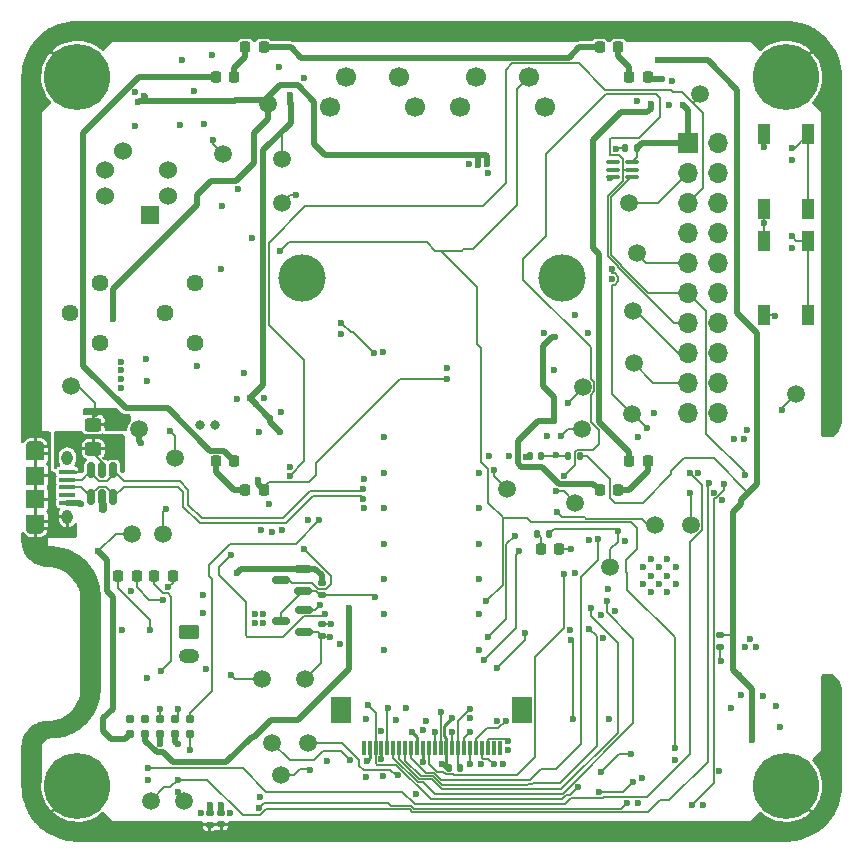
<source format=gtl>
%TF.GenerationSoftware,KiCad,Pcbnew,(6.0.10)*%
%TF.CreationDate,2023-01-06T19:17:38-08:00*%
%TF.ProjectId,ai-camera,61692d63-616d-4657-9261-2e6b69636164,rev?*%
%TF.SameCoordinates,PX5f5e100PY2faf080*%
%TF.FileFunction,Copper,L1,Top*%
%TF.FilePolarity,Positive*%
%FSLAX46Y46*%
G04 Gerber Fmt 4.6, Leading zero omitted, Abs format (unit mm)*
G04 Created by KiCad (PCBNEW (6.0.10)) date 2023-01-06 19:17:38*
%MOMM*%
%LPD*%
G01*
G04 APERTURE LIST*
G04 Aperture macros list*
%AMRoundRect*
0 Rectangle with rounded corners*
0 $1 Rounding radius*
0 $2 $3 $4 $5 $6 $7 $8 $9 X,Y pos of 4 corners*
0 Add a 4 corners polygon primitive as box body*
4,1,4,$2,$3,$4,$5,$6,$7,$8,$9,$2,$3,0*
0 Add four circle primitives for the rounded corners*
1,1,$1+$1,$2,$3*
1,1,$1+$1,$4,$5*
1,1,$1+$1,$6,$7*
1,1,$1+$1,$8,$9*
0 Add four rect primitives between the rounded corners*
20,1,$1+$1,$2,$3,$4,$5,0*
20,1,$1+$1,$4,$5,$6,$7,0*
20,1,$1+$1,$6,$7,$8,$9,0*
20,1,$1+$1,$8,$9,$2,$3,0*%
G04 Aperture macros list end*
%TA.AperFunction,ConnectorPad*%
%ADD10C,5.600000*%
%TD*%
%TA.AperFunction,ComponentPad*%
%ADD11C,3.600000*%
%TD*%
%TA.AperFunction,SMDPad,CuDef*%
%ADD12C,1.500000*%
%TD*%
%TA.AperFunction,WasherPad*%
%ADD13C,4.000000*%
%TD*%
%TA.AperFunction,SMDPad,CuDef*%
%ADD14RoundRect,0.135000X-0.185000X0.135000X-0.185000X-0.135000X0.185000X-0.135000X0.185000X0.135000X0*%
%TD*%
%TA.AperFunction,SMDPad,CuDef*%
%ADD15R,1.000000X1.700000*%
%TD*%
%TA.AperFunction,SMDPad,CuDef*%
%ADD16RoundRect,0.250000X0.450000X-0.325000X0.450000X0.325000X-0.450000X0.325000X-0.450000X-0.325000X0*%
%TD*%
%TA.AperFunction,SMDPad,CuDef*%
%ADD17RoundRect,0.140000X0.140000X0.170000X-0.140000X0.170000X-0.140000X-0.170000X0.140000X-0.170000X0*%
%TD*%
%TA.AperFunction,SMDPad,CuDef*%
%ADD18RoundRect,0.218750X0.218750X0.256250X-0.218750X0.256250X-0.218750X-0.256250X0.218750X-0.256250X0*%
%TD*%
%TA.AperFunction,SMDPad,CuDef*%
%ADD19RoundRect,0.135000X-0.135000X-0.185000X0.135000X-0.185000X0.135000X0.185000X-0.135000X0.185000X0*%
%TD*%
%TA.AperFunction,SMDPad,CuDef*%
%ADD20RoundRect,0.218750X-0.218750X-0.256250X0.218750X-0.256250X0.218750X0.256250X-0.218750X0.256250X0*%
%TD*%
%TA.AperFunction,WasherPad*%
%ADD21C,1.700000*%
%TD*%
%TA.AperFunction,ComponentPad*%
%ADD22C,1.700000*%
%TD*%
%TA.AperFunction,ComponentPad*%
%ADD23RoundRect,0.250000X-0.625000X0.350000X-0.625000X-0.350000X0.625000X-0.350000X0.625000X0.350000X0*%
%TD*%
%TA.AperFunction,ComponentPad*%
%ADD24O,1.750000X1.200000*%
%TD*%
%TA.AperFunction,SMDPad,CuDef*%
%ADD25RoundRect,0.140000X-0.140000X-0.170000X0.140000X-0.170000X0.140000X0.170000X-0.140000X0.170000X0*%
%TD*%
%TA.AperFunction,SMDPad,CuDef*%
%ADD26RoundRect,0.075000X0.512500X0.075000X-0.512500X0.075000X-0.512500X-0.075000X0.512500X-0.075000X0*%
%TD*%
%TA.AperFunction,SMDPad,CuDef*%
%ADD27RoundRect,0.150000X0.150000X-0.512500X0.150000X0.512500X-0.150000X0.512500X-0.150000X-0.512500X0*%
%TD*%
%TA.AperFunction,SMDPad,CuDef*%
%ADD28RoundRect,0.140000X-0.170000X0.140000X-0.170000X-0.140000X0.170000X-0.140000X0.170000X0.140000X0*%
%TD*%
%TA.AperFunction,ComponentPad*%
%ADD29C,1.440000*%
%TD*%
%TA.AperFunction,SMDPad,CuDef*%
%ADD30R,0.300000X1.300000*%
%TD*%
%TA.AperFunction,SMDPad,CuDef*%
%ADD31R,1.800000X2.200000*%
%TD*%
%TA.AperFunction,SMDPad,CuDef*%
%ADD32RoundRect,0.135000X0.185000X-0.135000X0.185000X0.135000X-0.185000X0.135000X-0.185000X-0.135000X0*%
%TD*%
%TA.AperFunction,ComponentPad*%
%ADD33C,0.800000*%
%TD*%
%TA.AperFunction,SMDPad,CuDef*%
%ADD34R,1.350000X0.400000*%
%TD*%
%TA.AperFunction,SMDPad,CuDef*%
%ADD35R,1.550000X1.500000*%
%TD*%
%TA.AperFunction,SMDPad,CuDef*%
%ADD36R,1.550000X1.200000*%
%TD*%
%TA.AperFunction,ComponentPad*%
%ADD37O,1.550000X0.890000*%
%TD*%
%TA.AperFunction,ComponentPad*%
%ADD38O,0.950000X1.250000*%
%TD*%
%TA.AperFunction,ComponentPad*%
%ADD39R,1.700000X1.700000*%
%TD*%
%TA.AperFunction,ComponentPad*%
%ADD40O,1.700000X1.700000*%
%TD*%
%TA.AperFunction,SMDPad,CuDef*%
%ADD41RoundRect,0.135000X0.135000X0.185000X-0.135000X0.185000X-0.135000X-0.185000X0.135000X-0.185000X0*%
%TD*%
%TA.AperFunction,SMDPad,CuDef*%
%ADD42RoundRect,0.150000X0.587500X0.150000X-0.587500X0.150000X-0.587500X-0.150000X0.587500X-0.150000X0*%
%TD*%
%TA.AperFunction,ComponentPad*%
%ADD43R,1.524000X1.524000*%
%TD*%
%TA.AperFunction,ComponentPad*%
%ADD44C,1.524000*%
%TD*%
%TA.AperFunction,ConnectorPad*%
%ADD45C,0.787400*%
%TD*%
%TA.AperFunction,ComponentPad*%
%ADD46C,0.600000*%
%TD*%
%TA.AperFunction,ViaPad*%
%ADD47C,0.600000*%
%TD*%
%TA.AperFunction,Conductor*%
%ADD48C,0.127000*%
%TD*%
%TA.AperFunction,Conductor*%
%ADD49C,0.500000*%
%TD*%
%TA.AperFunction,Conductor*%
%ADD50C,0.203200*%
%TD*%
%TA.AperFunction,Conductor*%
%ADD51C,0.250000*%
%TD*%
%TA.AperFunction,Conductor*%
%ADD52C,0.200000*%
%TD*%
G04 APERTURE END LIST*
D10*
X0Y-60000000D03*
D11*
X0Y-60000000D03*
D10*
X0Y0D03*
D11*
X0Y0D03*
D12*
X42750000Y-29775000D03*
D13*
X19000000Y-17000000D03*
X41000000Y-17000000D03*
D12*
X46736000Y-10668000D03*
D14*
X20675000Y-42865000D03*
X20675000Y-43885000D03*
D15*
X58100000Y-20150000D03*
X58100000Y-13850000D03*
X61900000Y-13850000D03*
X61900000Y-20150000D03*
D16*
X1350000Y-31475000D03*
X1350000Y-29425000D03*
D17*
X32430000Y-58525000D03*
X31470000Y-58525000D03*
D18*
X40787500Y-40000000D03*
X39212500Y-40000000D03*
D19*
X41570000Y-32100000D03*
X42590000Y-32100000D03*
D20*
X3437500Y-42250000D03*
X5012500Y-42250000D03*
D12*
X7230000Y-38670000D03*
X17350000Y-6950000D03*
D20*
X11712500Y-32500000D03*
X13287500Y-32500000D03*
D12*
X47100000Y-24250000D03*
X15670000Y-50980000D03*
X42825000Y-26225000D03*
X6200000Y-61290000D03*
X5250000Y-29840000D03*
D21*
X21400000Y-2500000D03*
X28600000Y-2500000D03*
D22*
X27250000Y0D03*
X22750000Y0D03*
D12*
X9025000Y-61275000D03*
D20*
X46712500Y-32500000D03*
X48287500Y-32500000D03*
D12*
X46975000Y-28550000D03*
D23*
X9450000Y-47000000D03*
D24*
X9450000Y-49000000D03*
D25*
X38330000Y-32100000D03*
X39290000Y-32100000D03*
D20*
X14212500Y2500000D03*
X15787500Y2500000D03*
D26*
X46967500Y-8500000D03*
X46967500Y-7850000D03*
X46967500Y-7200000D03*
X45392500Y-7200000D03*
X45392500Y-7850000D03*
X45392500Y-8500000D03*
D18*
X15787500Y-35000000D03*
X14212500Y-35000000D03*
D20*
X6487500Y-42250000D03*
X8062500Y-42250000D03*
D12*
X16500000Y-56350000D03*
D17*
X47360000Y-6050000D03*
X46400000Y-6050000D03*
D27*
X1150000Y-35587500D03*
X2100000Y-35587500D03*
X3050000Y-35587500D03*
X3050000Y-33312500D03*
X2100000Y-33312500D03*
X1150000Y-33312500D03*
D28*
X12200000Y-62300000D03*
X12200000Y-63260000D03*
D29*
X9925000Y-17475000D03*
X7385000Y-20015000D03*
X9925000Y-22555000D03*
D30*
X35750000Y-56850000D03*
X35250000Y-56850000D03*
X34750000Y-56850000D03*
X34250000Y-56850000D03*
X33750000Y-56850000D03*
X33250000Y-56850000D03*
X32750000Y-56850000D03*
X32250000Y-56850000D03*
X31750000Y-56850000D03*
X31250000Y-56850000D03*
X30750000Y-56850000D03*
X30250000Y-56850000D03*
X29750000Y-56850000D03*
X29250000Y-56850000D03*
X28750000Y-56850000D03*
X28250000Y-56850000D03*
X27750000Y-56850000D03*
X27250000Y-56850000D03*
X26750000Y-56850000D03*
X26250000Y-56850000D03*
X25750000Y-56850000D03*
X25250000Y-56850000D03*
X24750000Y-56850000D03*
X24250000Y-56850000D03*
D31*
X37650000Y-53600000D03*
X22350000Y-53600000D03*
D12*
X48910000Y-37900000D03*
X4600000Y-38680000D03*
X19550000Y-56350000D03*
X8275000Y-32300000D03*
X17210000Y-59110000D03*
D20*
X44212500Y2500000D03*
X45787500Y2500000D03*
D12*
X19290000Y-50970000D03*
X52720000Y-1440000D03*
X36340000Y-34850000D03*
D32*
X11200000Y-63310000D03*
X11200000Y-62290000D03*
D12*
X42150000Y-36075000D03*
X47350000Y-14925000D03*
X-580000Y-26130000D03*
D20*
X46712500Y0D03*
X48287500Y0D03*
D21*
X39600000Y-2500000D03*
X32400000Y-2500000D03*
D22*
X38250000Y0D03*
X33750000Y0D03*
D15*
X58100000Y-4850000D03*
X58100000Y-11150000D03*
X61900000Y-11150000D03*
X61900000Y-4850000D03*
D12*
X47025000Y-19825000D03*
D33*
X10375000Y-29500000D03*
X11625000Y-29500000D03*
D34*
X-850000Y-33450000D03*
X-850000Y-34100000D03*
X-850000Y-34750000D03*
X-850000Y-35400000D03*
X-850000Y-36050000D03*
D35*
X-3550000Y-33750000D03*
D36*
X-3550000Y-37650000D03*
D35*
X-3550000Y-35750000D03*
D37*
X-3550000Y-31250000D03*
D38*
X-850000Y-37250000D03*
D36*
X-3550000Y-31850000D03*
D38*
X-850000Y-32250000D03*
D37*
X-3550000Y-38250000D03*
D12*
X60840000Y-26810000D03*
D20*
X11712500Y0D03*
X13287500Y0D03*
D29*
X1925000Y-17475000D03*
X-615000Y-20015000D03*
X1925000Y-22555000D03*
D11*
X60000000Y0D03*
D10*
X60000000Y0D03*
D39*
X51725000Y-5575000D03*
D40*
X54265000Y-5575000D03*
X51725000Y-8115000D03*
X54265000Y-8115000D03*
X51725000Y-10655000D03*
X54265000Y-10655000D03*
X51725000Y-13195000D03*
X54265000Y-13195000D03*
X51725000Y-15735000D03*
X54265000Y-15735000D03*
X51725000Y-18275000D03*
X54265000Y-18275000D03*
X51725000Y-20815000D03*
X54265000Y-20815000D03*
X51725000Y-23355000D03*
X54265000Y-23355000D03*
X51725000Y-25895000D03*
X54265000Y-25895000D03*
X51725000Y-28435000D03*
X54265000Y-28435000D03*
D41*
X39960000Y-38675000D03*
X38940000Y-38675000D03*
D12*
X17340000Y-10630000D03*
D18*
X45787500Y-35000000D03*
X44212500Y-35000000D03*
D42*
X19150000Y-47025000D03*
X19150000Y-45125000D03*
X17275000Y-46075000D03*
D12*
X45120000Y-41470000D03*
D11*
X60000000Y-60000000D03*
D10*
X60000000Y-60000000D03*
D14*
X20700000Y-46340000D03*
X20700000Y-47360000D03*
D42*
X19137500Y-43550000D03*
X19137500Y-41650000D03*
X17262500Y-42600000D03*
D12*
X51940000Y-37960000D03*
D32*
X54380000Y-48240000D03*
X54380000Y-47220000D03*
D12*
X16150000Y-2250000D03*
D43*
X6123152Y-11691848D03*
D44*
X7700000Y-10115000D03*
X7700000Y-7885000D03*
X3876848Y-6308152D03*
X2300000Y-7885000D03*
X2300000Y-10115000D03*
D12*
X12370000Y-6550000D03*
D45*
X4460000Y-55635000D03*
X5730000Y-55635000D03*
X7000000Y-55635000D03*
X8270000Y-55635000D03*
X9540000Y-55635000D03*
X9540000Y-54365000D03*
X8270000Y-54365000D03*
X7000000Y-54365000D03*
X5730000Y-54365000D03*
X4460000Y-54365000D03*
D46*
X49960000Y-42230000D03*
X49960000Y-43630000D03*
X49260000Y-42930000D03*
X49960000Y-40830000D03*
X47860000Y-42930000D03*
X50660000Y-42930000D03*
X47860000Y-41530000D03*
X49260000Y-41530000D03*
X48560000Y-40830000D03*
X48560000Y-42230000D03*
X50660000Y-41530000D03*
X48560000Y-43630000D03*
D47*
X4875000Y-1300000D03*
X17175000Y-30075000D03*
X7850000Y-30000000D03*
X5350000Y-30950000D03*
X22350000Y-21750000D03*
X29500000Y-54500000D03*
X10910000Y-50100000D03*
X5930000Y-50920000D03*
X11407500Y1832500D03*
X56450000Y-30650000D03*
X41820000Y-39990000D03*
X59170000Y-53270000D03*
X17290000Y-38340000D03*
X44968517Y-43351483D03*
X15750000Y-46250000D03*
X24404162Y-59228100D03*
X39740000Y-30360000D03*
X43343931Y-39185097D03*
X15000000Y-46250000D03*
X31750000Y-54250000D03*
X3710000Y-25540000D03*
X41700000Y-46840000D03*
X28670000Y-60706998D03*
X58140000Y-5970000D03*
X12950000Y-62300000D03*
X18500000Y-9975000D03*
X47400000Y-2010000D03*
X16500000Y-38500000D03*
X2110000Y-36600000D03*
X26000000Y-36500000D03*
X36553500Y-32100000D03*
X36000000Y-58200000D03*
X22200000Y-48000000D03*
X56980000Y-47620000D03*
X24491767Y-57926137D03*
X53873501Y-35184986D03*
X3690000Y-26350000D03*
X33180000Y-7380000D03*
X29230000Y-55310000D03*
X13640000Y-9460000D03*
X42167739Y-41980000D03*
X26990001Y-54430001D03*
X25900000Y-23270000D03*
X60500000Y-7000000D03*
X8690000Y-4100000D03*
X25740000Y-55384672D03*
X47460000Y-30450000D03*
X24250000Y-34000000D03*
X26000000Y-42500000D03*
X21440000Y-46330000D03*
X47775000Y-59350000D03*
X44300000Y-45590000D03*
X45610000Y-6110000D03*
X15547039Y-38332961D03*
X10170397Y-24448819D03*
X43223500Y-21660000D03*
X13520000Y-27270000D03*
X26000000Y-39500000D03*
X55610000Y-30650000D03*
X34000000Y-36500000D03*
X56710000Y-29890000D03*
X58080000Y-52450000D03*
X54350000Y-58790735D03*
X46350000Y-39325000D03*
X40950000Y-30360000D03*
X26000000Y-45500000D03*
X56220000Y-52330000D03*
X20530000Y-44720000D03*
X42140000Y-20130000D03*
X8500000Y-60500000D03*
X44465000Y-47470000D03*
X26000000Y-48500000D03*
X50310000Y-340000D03*
X51860000Y-35260000D03*
X18000000Y-33000000D03*
X9850000Y-1190000D03*
X40330000Y-24816502D03*
X47500000Y-61485000D03*
X34000000Y-48500000D03*
X26000000Y-33500000D03*
X30860000Y-58210000D03*
X4890000Y-4120000D03*
X37956500Y-32178949D03*
X34000000Y-39500000D03*
X12200000Y-61650000D03*
X14790000Y-13620000D03*
X3730000Y-24820000D03*
X3680000Y-24090000D03*
X34000000Y-42500000D03*
X59630000Y-28200000D03*
X45525000Y-45250000D03*
X16250000Y-36190000D03*
X19223500Y-125000D03*
X33997694Y-33502130D03*
X12190000Y-16270000D03*
X10450000Y-62300000D03*
X24440000Y-54380000D03*
X50575000Y-57825000D03*
X10710000Y-3980000D03*
X15000000Y-45500000D03*
X36500000Y-57000000D03*
X57450000Y-48230000D03*
X7000000Y-56500000D03*
X50050000Y-2370000D03*
X8500000Y-56500000D03*
X60500000Y-14500000D03*
X15750000Y-45500000D03*
X34000000Y-45500000D03*
X14090000Y-25100000D03*
X31290000Y-24600000D03*
X39480000Y-21640000D03*
X27840000Y-53460000D03*
X19500000Y-37500000D03*
X5792309Y-23853500D03*
X55370000Y-53420000D03*
X59040000Y-20250000D03*
X34140000Y-58200000D03*
X300000Y-36120000D03*
X8850000Y1450000D03*
X25898688Y-59178100D03*
X15400000Y-30025000D03*
X48853500Y-28463759D03*
X33250000Y-54273497D03*
X3780000Y-46840000D03*
X52930000Y-61680000D03*
X6000000Y-59500000D03*
X26000000Y-30500000D03*
X4570000Y-43480000D03*
X17225000Y-28350000D03*
X12250000Y-10890000D03*
X34730000Y-8090000D03*
X15825000Y-27200000D03*
X10625000Y-43850000D03*
X5920000Y-25720000D03*
X44970000Y-54360000D03*
X56530000Y-48240000D03*
X19690000Y-58700000D03*
X11200000Y-61650000D03*
X59487498Y-55007498D03*
X10650000Y-45425000D03*
X52585000Y-33500000D03*
X35508609Y-54508609D03*
X17090935Y834219D03*
X45301500Y-17100000D03*
X34838983Y-32121017D03*
X58100000Y-12400000D03*
X15500000Y-61000000D03*
X21160000Y-57900000D03*
X45096500Y-8540000D03*
X7500000Y-36600000D03*
X24250000Y-36500000D03*
X54598237Y-35846180D03*
X63000000Y-62000000D03*
X64000000Y-60000000D03*
X37000000Y-64000000D03*
X64000000Y-51000000D03*
X-4000000Y-6000000D03*
X39000000Y4000000D03*
X54000000Y4000000D03*
X1000000Y-45000000D03*
X1000000Y-51000000D03*
X64000000Y0D03*
X43000000Y-64000000D03*
X57000000Y4000000D03*
X51000000Y4000000D03*
X-4000000Y-57000000D03*
X46000000Y-64000000D03*
X1000000Y-64000000D03*
X64000000Y-24000000D03*
X64000000Y-15000000D03*
X3000000Y4000000D03*
X-2500000Y-63000000D03*
X21000000Y4000000D03*
X7000000Y-64000000D03*
X31000000Y-64000000D03*
X-3000000Y-40000000D03*
X48000000Y4000000D03*
X55000000Y-64000000D03*
X22000000Y-64000000D03*
X27000000Y4000000D03*
X60000000Y4000000D03*
X64000000Y-27000000D03*
X9000000Y4000000D03*
X-4000000Y-21000000D03*
X64000000Y-54000000D03*
X64000000Y-12000000D03*
X4000000Y-64000000D03*
X64000000Y-18000000D03*
X-2000000Y-55000000D03*
X36000000Y4000000D03*
X-4000000Y-24000000D03*
X64000000Y-21000000D03*
X-2500000Y2500000D03*
X10000000Y-64000000D03*
X61000000Y-64000000D03*
X62500000Y2500000D03*
X40000000Y-64000000D03*
X0Y-42000000D03*
X64000000Y-6000000D03*
X64000000Y-9000000D03*
X52000000Y-64000000D03*
X-4000000Y-12000000D03*
X1000000Y-48000000D03*
X-4000000Y-18000000D03*
X-4000000Y-27000000D03*
X33000000Y4000000D03*
X16000000Y-64000000D03*
X28000000Y-64000000D03*
X34000000Y-64000000D03*
X13000000Y-64000000D03*
X64000000Y-3000000D03*
X15000000Y4000000D03*
X19000000Y-64000000D03*
X64000000Y-57000000D03*
X-4000000Y0D03*
X42000000Y4000000D03*
X-4000000Y-3000000D03*
X49000000Y-64000000D03*
X64000000Y-30000000D03*
X6000000Y4000000D03*
X24000000Y4000000D03*
X12000000Y4000000D03*
X0Y4000000D03*
X25000000Y-64000000D03*
X-4000000Y-9000000D03*
X18000000Y4000000D03*
X-4000000Y-15000000D03*
X-4000000Y-60000000D03*
X58000000Y-64000000D03*
X30000000Y4000000D03*
X45000000Y4000000D03*
X34720000Y-7360000D03*
X33950000Y-7450000D03*
X13500000Y-42000000D03*
X2980000Y-20520000D03*
X5664854Y-1589854D03*
X5152354Y-2102354D03*
X11500000Y-5300000D03*
X13000000Y-40500000D03*
X16350000Y-28875000D03*
X23000000Y-46000000D03*
X56048292Y-50617256D03*
X18040000Y-1530000D03*
X49200000Y1410000D03*
X21000000Y-45500000D03*
X49860000Y1400000D03*
X18050000Y-2260000D03*
X14575000Y-27200000D03*
X51270000Y-2370000D03*
X23000000Y-45000000D03*
X15125000Y-27725000D03*
X29260000Y-57990000D03*
X57100000Y-56150000D03*
X55500000Y-47000000D03*
X40500000Y-32000000D03*
X20500000Y-37500000D03*
X60500000Y-13500000D03*
X18000000Y-33771900D03*
X9500000Y-57000000D03*
X54480000Y-49410000D03*
X15403517Y-61903517D03*
X46500000Y-61485000D03*
X60500000Y-6000000D03*
X45301500Y-16230000D03*
X48240000Y-29760000D03*
X25749999Y-57743728D03*
X23120000Y-57840000D03*
X27150000Y-59090000D03*
X28340000Y-55433500D03*
X33250000Y-53500000D03*
X2500000Y-28500000D03*
X2500000Y-29500000D03*
X1500000Y-28500000D03*
X1780000Y-40150000D03*
X7120522Y-50302123D03*
X7696636Y-43214154D03*
X24180000Y-34865000D03*
X24180000Y-35715000D03*
X8500000Y-53500000D03*
X8500000Y-59500000D03*
X53446490Y-34395027D03*
X51858497Y-33500000D03*
X7000000Y-53500000D03*
X6000000Y-58500000D03*
X17140000Y-14772599D03*
X25200000Y-44000000D03*
X50600000Y-56800000D03*
X34600000Y-44400000D03*
X36500000Y-56250000D03*
X35250000Y-58200000D03*
X36250000Y-54500000D03*
X33260000Y-58200000D03*
X33250000Y-55500000D03*
X31750000Y-55500000D03*
X30750000Y-53750000D03*
X30250000Y-55500000D03*
X41230303Y-42112662D03*
X44070000Y-39160000D03*
X43348630Y-46743812D03*
X43450000Y-44930000D03*
X44830000Y-44330000D03*
X37920000Y-47070000D03*
X41760000Y-47640000D03*
X41990000Y-54360000D03*
X26280000Y-53390000D03*
X56500000Y-33690000D03*
X35550000Y-50080000D03*
X42411483Y-60081483D03*
X34430000Y-49330000D03*
X24580000Y-53150000D03*
X41190000Y-33763500D03*
X37430000Y-40170000D03*
X6169340Y-46837201D03*
X7280000Y-44250000D03*
X49540000Y-170000D03*
X48530000Y-2270000D03*
X40433517Y-21986483D03*
X40350000Y-29090000D03*
X31280000Y-25570000D03*
X15260000Y-34120000D03*
X44325000Y-58825000D03*
X46850000Y-57325000D03*
X47075000Y-59650000D03*
X44175000Y-60525000D03*
X19175000Y-39950000D03*
X34800000Y-47400000D03*
X37040000Y-38860000D03*
X21400000Y-47400000D03*
X52000000Y-61620000D03*
X13020000Y-50640000D03*
X54775000Y-34450000D03*
X35280000Y-33280000D03*
X40580000Y-36800000D03*
X45750000Y-38450000D03*
X40550000Y-35090000D03*
X22360000Y-20840000D03*
X25090000Y-23340000D03*
X41540000Y-27640000D03*
D48*
X48250000Y-60975000D02*
X51900000Y-57325000D01*
X16001601Y-60501601D02*
X27501601Y-60501601D01*
X14000000Y-58500000D02*
X16001601Y-60501601D01*
X44542965Y-60975000D02*
X48250000Y-60975000D01*
X44498931Y-61019034D02*
X44542965Y-60975000D01*
X52880500Y-38349568D02*
X52880500Y-34522003D01*
X52880500Y-34522003D02*
X51858497Y-33500000D01*
X51900000Y-39330068D02*
X52880500Y-38349568D01*
X41276471Y-61575000D02*
X41832437Y-61019034D01*
X41832437Y-61019034D02*
X44498931Y-61019034D01*
X51900000Y-57325000D02*
X51900000Y-39330068D01*
X28575000Y-61575000D02*
X41276471Y-61575000D01*
X6000000Y-58500000D02*
X14000000Y-58500000D01*
X27501601Y-60501601D02*
X28575000Y-61575000D01*
X40875000Y-59750000D02*
X43975000Y-56650000D01*
X38575000Y-59750000D02*
X40875000Y-59750000D01*
X38500000Y-59825000D02*
X38575000Y-59750000D01*
X38178005Y-59825000D02*
X38500000Y-59825000D01*
X38078005Y-59925000D02*
X38178005Y-59825000D01*
X43975000Y-56650000D02*
X43975000Y-47370182D01*
X30105009Y-59199497D02*
X30830512Y-59925000D01*
X30830512Y-59925000D02*
X38078005Y-59925000D01*
X29062489Y-59199497D02*
X30105009Y-59199497D01*
X27750000Y-57887008D02*
X29062489Y-59199497D01*
X43975000Y-47370182D02*
X43348630Y-46743812D01*
X27750000Y-56850000D02*
X27750000Y-57887008D01*
X28250000Y-56850000D02*
X28250000Y-57695983D01*
X39283504Y-58575000D02*
X40490981Y-58575000D01*
X40490981Y-58575000D02*
X42626499Y-56439482D01*
X28250000Y-57695983D02*
X29500013Y-58945996D01*
X42626499Y-42330536D02*
X44070000Y-40887035D01*
X29500013Y-58945996D02*
X30210012Y-58945996D01*
X30210012Y-58945996D02*
X30814016Y-59550000D01*
X30814016Y-59550000D02*
X38308504Y-59550000D01*
X38308504Y-59550000D02*
X39283504Y-58575000D01*
X42626499Y-56439482D02*
X42626499Y-42330536D01*
X44070000Y-40887035D02*
X44070000Y-39160000D01*
X27250000Y-56850000D02*
X27250000Y-57746218D01*
X40958530Y-60300000D02*
X45750000Y-55508530D01*
X27250000Y-57746218D02*
X28956780Y-59452998D01*
X28956780Y-59452998D02*
X30000006Y-59452998D01*
X30000006Y-59452998D02*
X30847008Y-60300000D01*
X30847008Y-60300000D02*
X40958530Y-60300000D01*
X45750000Y-55508530D02*
X45750000Y-47900000D01*
X45750000Y-47900000D02*
X43450000Y-45600000D01*
X43450000Y-45600000D02*
X43450000Y-44930000D01*
X25250000Y-56850000D02*
X25250000Y-58100000D01*
X25250000Y-58100000D02*
X25400000Y-58250000D01*
X25400000Y-58250000D02*
X27002965Y-58250000D01*
X27002965Y-58250000D02*
X29902965Y-61150000D01*
X29902965Y-61150000D02*
X41008505Y-61150000D01*
X41008505Y-61150000D02*
X41383505Y-60775000D01*
X41383505Y-60775000D02*
X41717966Y-60775000D01*
X41717966Y-60775000D02*
X42411483Y-60081483D01*
X26750000Y-56850000D02*
X26750000Y-57638531D01*
X47071499Y-54728501D02*
X47071499Y-47546499D01*
X26750000Y-57638531D02*
X28817968Y-59706499D01*
X28817968Y-59706499D02*
X29256499Y-59706499D01*
X41100000Y-60700000D02*
X47071499Y-54728501D01*
X29256499Y-59706499D02*
X30250000Y-60700000D01*
X30250000Y-60700000D02*
X41100000Y-60700000D01*
X47071499Y-47546499D02*
X44830000Y-45305000D01*
X44830000Y-45305000D02*
X44830000Y-44330000D01*
X29750000Y-56850000D02*
X29750000Y-58197478D01*
X31193102Y-59025500D02*
X31765898Y-59025500D01*
X29750000Y-58197478D02*
X30245017Y-58692495D01*
X30245017Y-58692495D02*
X30315016Y-58692495D01*
X30315016Y-58692495D02*
X30433518Y-58810996D01*
X37190000Y-59110000D02*
X38740500Y-57559500D01*
X30433518Y-58810996D02*
X30978597Y-58810996D01*
X31765898Y-59025500D02*
X31850398Y-59110000D01*
X30978597Y-58810996D02*
X31193102Y-59025500D01*
X31850398Y-59110000D02*
X37190000Y-59110000D01*
X38740500Y-57559500D02*
X38740500Y-49109500D01*
X38740500Y-49109500D02*
X41230303Y-46619697D01*
X41230303Y-46619697D02*
X41230303Y-42112662D01*
X43660500Y-31589500D02*
X42320173Y-31589500D01*
X39720000Y-6500000D02*
X39720000Y-13450000D01*
X46170000Y-6950000D02*
X45840000Y-6620000D01*
X45840000Y-6620000D02*
X45065001Y-6620000D01*
X43459999Y-25529931D02*
X43765500Y-25835432D01*
D49*
X44150000Y-29230000D02*
X46712500Y-31792500D01*
D48*
X45170000Y-5170000D02*
X47510000Y-5170000D01*
X43459999Y-26920069D02*
X43459999Y-29154931D01*
X46170000Y-7800000D02*
X46170000Y-6950000D01*
X45065001Y-6620000D02*
X45065001Y-5274999D01*
X47510000Y-5170000D02*
X49310000Y-3370000D01*
X43459999Y-29154931D02*
X43509999Y-29204931D01*
X45065001Y-5274999D02*
X45170000Y-5170000D01*
X49310000Y-3370000D02*
X49310000Y-1810000D01*
X43509999Y-29204931D02*
X43509999Y-29212255D01*
X43459999Y-22859999D02*
X43459999Y-25529931D01*
X49310000Y-1810000D02*
X48950000Y-1450000D01*
X43509999Y-29212255D02*
X44175000Y-29877256D01*
X43765500Y-26614568D02*
X43459999Y-26920069D01*
X39720000Y-13450000D02*
X37750000Y-15420000D01*
X42320173Y-31589500D02*
X42129500Y-31780173D01*
X43765500Y-25835432D02*
X43765500Y-26614568D01*
X42129500Y-32824000D02*
X41190000Y-33763500D01*
X37750000Y-17150000D02*
X43459999Y-22859999D01*
D49*
X43625000Y-5335000D02*
X43625000Y-14482791D01*
D48*
X48950000Y-1450000D02*
X44770000Y-1450000D01*
X44175000Y-29877256D02*
X44175000Y-31075000D01*
X42129500Y-31780173D02*
X42129500Y-32824000D01*
X37750000Y-15420000D02*
X37750000Y-17150000D01*
X44175000Y-31075000D02*
X43660500Y-31589500D01*
X44770000Y-1450000D02*
X39720000Y-6500000D01*
D49*
X44150000Y-26852323D02*
X44150000Y-29230000D01*
X48530000Y-2270000D02*
X48530000Y-2680000D01*
X48530000Y-2680000D02*
X48260000Y-2950000D01*
X48260000Y-2950000D02*
X46010000Y-2950000D01*
X44205501Y-26796823D02*
X44150000Y-26852323D01*
X46010000Y-2950000D02*
X43625000Y-5335000D01*
X43625000Y-14482791D02*
X44150000Y-15007791D01*
X44150000Y-15007791D02*
X44150000Y-25597676D01*
X44150000Y-25597676D02*
X44205501Y-25653178D01*
X44205501Y-25653178D02*
X44205501Y-26796823D01*
X46712500Y-31792500D02*
X46712500Y-32500000D01*
X12435500Y-31648000D02*
X13287500Y-32500000D01*
X4080000Y-28050000D02*
X7648982Y-28050000D01*
X482000Y-24452000D02*
X4080000Y-28050000D01*
X11246982Y-31648000D02*
X12435500Y-31648000D01*
X482000Y-4736284D02*
X482000Y-24452000D01*
X7648982Y-28050000D02*
X11246982Y-31648000D01*
X5218284Y0D02*
X482000Y-4736284D01*
X11712500Y0D02*
X5218284Y0D01*
D50*
X23876062Y-57849215D02*
X23876062Y-58298938D01*
D51*
X24750000Y-57667904D02*
X24491767Y-57926137D01*
D50*
X19550000Y-56350000D02*
X22376847Y-56350000D01*
X25150000Y-58650000D02*
X25100000Y-58700000D01*
X26940000Y-59090000D02*
X26500000Y-58650000D01*
X22376847Y-56350000D02*
X23876062Y-57849215D01*
X26500000Y-58650000D02*
X25150000Y-58650000D01*
D51*
X24750000Y-56850000D02*
X24750000Y-57667904D01*
D50*
X25100000Y-58700000D02*
X24277124Y-58700000D01*
X24277124Y-58700000D02*
X23876062Y-58298938D01*
X27150000Y-59090000D02*
X26940000Y-59090000D01*
D48*
X8275000Y-32300000D02*
X8275000Y-30425000D01*
X8275000Y-30425000D02*
X7850000Y-30000000D01*
D49*
X16350000Y-28875000D02*
X16350000Y-29250000D01*
X16350000Y-29250000D02*
X17175000Y-30075000D01*
X16250000Y-28875000D02*
X16350000Y-28875000D01*
X14575000Y-27200000D02*
X16250000Y-28875000D01*
X15100000Y-27725000D02*
X15125000Y-27725000D01*
X14575000Y-27200000D02*
X15100000Y-27725000D01*
X15723000Y-26052000D02*
X14575000Y-27200000D01*
X15723000Y-6207000D02*
X15723000Y-26052000D01*
X5250000Y-29840000D02*
X5250000Y-30850000D01*
X5250000Y-30850000D02*
X5350000Y-30950000D01*
D48*
X46400000Y-6050000D02*
X45670000Y-6050000D01*
X18830000Y-58560000D02*
X19550000Y-58560000D01*
X18330000Y-59060000D02*
X18830000Y-58560000D01*
D49*
X8270000Y-55635000D02*
X8270000Y-56270000D01*
D51*
X31250000Y-56850000D02*
X31250000Y-58305000D01*
D48*
X17340000Y-10630000D02*
X17995000Y-9975000D01*
X58100000Y-5930000D02*
X58140000Y-5970000D01*
D49*
X2100000Y-36045291D02*
X2100000Y-35587500D01*
D48*
X41810000Y-40000000D02*
X41820000Y-39990000D01*
D49*
X2100000Y-35587500D02*
X2100000Y-36630000D01*
D48*
X51940000Y-37960000D02*
X51940000Y-35340000D01*
X58100000Y-20150000D02*
X58940000Y-20150000D01*
D49*
X2100000Y-36630000D02*
X2110000Y-36640000D01*
X230000Y-36050000D02*
X300000Y-36120000D01*
D51*
X31175000Y-58525000D02*
X30860000Y-58210000D01*
D48*
X51940000Y-35340000D02*
X51860000Y-35260000D01*
D49*
X8270000Y-56270000D02*
X8500000Y-56500000D01*
D48*
X17995000Y-9975000D02*
X18500000Y-9975000D01*
X58100000Y-4850000D02*
X58100000Y-5930000D01*
D49*
X12200000Y-62300000D02*
X12200000Y-61650000D01*
D51*
X31750000Y-54250000D02*
X31070000Y-54930000D01*
D48*
X9025000Y-61025000D02*
X8500000Y-60500000D01*
X21430000Y-46340000D02*
X21440000Y-46330000D01*
X20700000Y-46340000D02*
X21430000Y-46340000D01*
D49*
X11200000Y-62290000D02*
X11200000Y-61650000D01*
D48*
X38330000Y-32100000D02*
X38035449Y-32100000D01*
D51*
X31250000Y-55950000D02*
X31250000Y-56850000D01*
D48*
X38035449Y-32100000D02*
X37956500Y-32178949D01*
D51*
X31250000Y-58305000D02*
X31470000Y-58525000D01*
D48*
X58940000Y-20150000D02*
X59040000Y-20250000D01*
X59630000Y-28020000D02*
X59630000Y-28200000D01*
X7230000Y-36870000D02*
X7230000Y-38670000D01*
X58100000Y-12400000D02*
X58100000Y-13850000D01*
D49*
X2100000Y-36045291D02*
X2223500Y-36168791D01*
X-850000Y-36050000D02*
X230000Y-36050000D01*
D48*
X60840000Y-26810000D02*
X59630000Y-28020000D01*
X17420000Y-59060000D02*
X18330000Y-59060000D01*
D51*
X31070000Y-54930000D02*
X31070000Y-55770000D01*
D48*
X42750000Y-29775000D02*
X41535000Y-29775000D01*
X20125000Y-45125000D02*
X20530000Y-44720000D01*
D49*
X2100000Y-36590000D02*
X2110000Y-36600000D01*
D48*
X41535000Y-29775000D02*
X40950000Y-30360000D01*
X19150000Y-45125000D02*
X20125000Y-45125000D01*
D51*
X31070000Y-55770000D02*
X31250000Y-55950000D01*
D48*
X40787500Y-40000000D02*
X41810000Y-40000000D01*
X19550000Y-58560000D02*
X19690000Y-58700000D01*
D51*
X31470000Y-58525000D02*
X31175000Y-58525000D01*
D48*
X45670000Y-6050000D02*
X45610000Y-6110000D01*
D49*
X2100000Y-36045291D02*
X2100000Y-36590000D01*
X2223500Y-36168791D02*
X2223500Y-36661737D01*
X7000000Y-55635000D02*
X7000000Y-56500000D01*
D48*
X7500000Y-36600000D02*
X7230000Y-36870000D01*
X58100000Y-11150000D02*
X58100000Y-12400000D01*
D49*
X14980000Y-4720000D02*
X14980000Y-7290000D01*
X20060000Y-2130000D02*
X20060000Y-5670000D01*
X13325000Y-2025000D02*
X13325000Y-1975000D01*
X11340000Y-8800000D02*
X10130000Y-10010000D01*
X20675000Y-42175000D02*
X20675000Y-42865000D01*
X5700000Y-2025000D02*
X13325000Y-2025000D01*
X10130000Y-10821393D02*
X2980000Y-17971393D01*
X33910000Y-7410000D02*
X33950000Y-7450000D01*
X16150000Y-2250000D02*
X16150000Y-3550000D01*
X13850000Y-41650000D02*
X19137500Y-41650000D01*
X5229708Y-2025000D02*
X5700000Y-2025000D01*
X33910000Y-6610000D02*
X34590000Y-6610000D01*
X2980000Y-17971393D02*
X2980000Y-20520000D01*
X5700000Y-1625000D02*
X5700000Y-2025000D01*
X34720000Y-6740000D02*
X34590000Y-6610000D01*
X19137500Y-41650000D02*
X20150000Y-41650000D01*
X21000000Y-6610000D02*
X33910000Y-6610000D01*
X34720000Y-7360000D02*
X34720000Y-6740000D01*
X13470000Y-8800000D02*
X11340000Y-8800000D01*
X18650000Y-720000D02*
X20060000Y-2130000D01*
X20060000Y-5670000D02*
X21000000Y-6610000D01*
X20150000Y-41650000D02*
X20675000Y-42175000D01*
X5664854Y-1589854D02*
X5700000Y-1625000D01*
X10130000Y-10010000D02*
X10130000Y-10821393D01*
X13325000Y-1975000D02*
X15875000Y-1975000D01*
X33910000Y-6610000D02*
X33910000Y-7410000D01*
X16150000Y-3550000D02*
X14980000Y-4720000D01*
X16080000Y-1770000D02*
X17130000Y-720000D01*
X14980000Y-7290000D02*
X13470000Y-8800000D01*
X17130000Y-720000D02*
X18650000Y-720000D01*
X13500000Y-42000000D02*
X13850000Y-41650000D01*
X5152354Y-2102354D02*
X5229708Y-2025000D01*
D48*
X12370000Y-6550000D02*
X11500000Y-5680000D01*
X11500000Y-5680000D02*
X11500000Y-5300000D01*
D50*
X47860000Y-36040000D02*
X50270000Y-33630000D01*
X47360000Y-6807500D02*
X46967500Y-7200000D01*
X50270000Y-33360000D02*
X51350000Y-32280000D01*
X17400000Y-47400000D02*
X14400000Y-47400000D01*
D49*
X48065000Y-5575000D02*
X51725000Y-5575000D01*
X57520000Y-34450000D02*
X57520000Y-21660000D01*
D50*
X21000000Y-45500000D02*
X20846400Y-45653600D01*
D49*
X55870000Y-1090000D02*
X53380000Y1400000D01*
D50*
X54380000Y-47220000D02*
X55280000Y-47220000D01*
D49*
X16375000Y-54425000D02*
X18715000Y-54425000D01*
X23000000Y-50140000D02*
X23000000Y-46000000D01*
X18040000Y-1530000D02*
X18040000Y-2250000D01*
X49200000Y1410000D02*
X49850000Y1410000D01*
D50*
X20846400Y-45653600D02*
X19146400Y-45653600D01*
X47360000Y-6050000D02*
X47360000Y-6807500D01*
D49*
X57100000Y-51850000D02*
X57100000Y-56150000D01*
X57520000Y-21660000D02*
X55870000Y-20010000D01*
D50*
X17350000Y-4580000D02*
X15723000Y-6207000D01*
X17350000Y-6950000D02*
X17350000Y-4580000D01*
D49*
X56180000Y-36160000D02*
X56180000Y-35790000D01*
X47835000Y-5575000D02*
X47360000Y-6050000D01*
D51*
X29250000Y-56850000D02*
X29250000Y-57980000D01*
D49*
X51725000Y-5575000D02*
X51725000Y-2825000D01*
X51725000Y-2825000D02*
X51270000Y-2370000D01*
D50*
X50270000Y-33630000D02*
X50270000Y-33360000D01*
D49*
X56785000Y-35185000D02*
X57520000Y-34450000D01*
D51*
X29250000Y-57980000D02*
X29260000Y-57990000D01*
D49*
X55500000Y-50250000D02*
X57100000Y-51850000D01*
D50*
X19146400Y-45653600D02*
X17400000Y-47400000D01*
D49*
X49850000Y1410000D02*
X49860000Y1400000D01*
D50*
X45121400Y-34041400D02*
X45121400Y-35661400D01*
D49*
X14775000Y-55850000D02*
X14950000Y-55850000D01*
X18050000Y-2260000D02*
X18050000Y-3880000D01*
X55500000Y-47000000D02*
X55500000Y-36840000D01*
X5730000Y-55635000D02*
X5730000Y-56191775D01*
D50*
X45121400Y-35661400D02*
X45500000Y-36040000D01*
D49*
X5730000Y-56191775D02*
X6714725Y-57176500D01*
D50*
X51350000Y-32280000D02*
X53880000Y-32280000D01*
X43180000Y-32100000D02*
X45121400Y-34041400D01*
X42590000Y-32100000D02*
X43180000Y-32100000D01*
X12000000Y-41500000D02*
X13000000Y-40500000D01*
X14270000Y-47270000D02*
X14270000Y-44470000D01*
D49*
X8095000Y-58000000D02*
X12625000Y-58000000D01*
X56180000Y-35790000D02*
X56785000Y-35185000D01*
X48065000Y-5575000D02*
X47835000Y-5575000D01*
D50*
X53880000Y-32280000D02*
X56785000Y-35185000D01*
D49*
X18715000Y-54425000D02*
X23000000Y-50140000D01*
X6714725Y-57176500D02*
X7271500Y-57176500D01*
X23000000Y-45000000D02*
X23000000Y-46000000D01*
D50*
X14400000Y-47400000D02*
X14270000Y-47270000D01*
D49*
X18040000Y-2250000D02*
X18050000Y-2260000D01*
X55500000Y-36840000D02*
X56180000Y-36160000D01*
X55500000Y-47000000D02*
X55500000Y-50250000D01*
D50*
X45500000Y-36040000D02*
X47860000Y-36040000D01*
D49*
X55870000Y-20010000D02*
X55870000Y-1090000D01*
X14950000Y-55850000D02*
X16375000Y-54425000D01*
X7271500Y-57176500D02*
X8095000Y-58000000D01*
D50*
X14270000Y-44470000D02*
X12000000Y-42200000D01*
X12000000Y-42200000D02*
X12000000Y-41500000D01*
D49*
X53380000Y1400000D02*
X49860000Y1400000D01*
D50*
X55280000Y-47220000D02*
X55500000Y-47000000D01*
D49*
X18050000Y-3880000D02*
X15723000Y-6207000D01*
X12625000Y-58000000D02*
X14775000Y-55850000D01*
D48*
X60500000Y-13500000D02*
X60850000Y-13850000D01*
X51725000Y-10655000D02*
X53010000Y-9370000D01*
X44655500Y-1065500D02*
X42440001Y1149999D01*
X36270000Y579998D02*
X36270000Y-9000000D01*
X52720000Y-1530000D02*
X52085000Y-2165000D01*
X11140000Y-41290000D02*
X12930000Y-39500000D01*
X11140000Y-42270000D02*
X11140000Y-41290000D01*
X40600000Y-32100000D02*
X40500000Y-32000000D01*
X41570000Y-32100000D02*
X40600000Y-32100000D01*
X16210000Y-20990000D02*
X19220000Y-24000000D01*
X40400000Y-32100000D02*
X40500000Y-32000000D01*
X11400000Y-42530000D02*
X11140000Y-42270000D01*
X9540000Y-54365000D02*
X9540000Y-53808225D01*
X34320000Y-10950000D02*
X19290000Y-10950000D01*
X61900000Y-13850000D02*
X61900000Y-20150000D01*
X19220000Y-24000000D02*
X19220000Y-32551900D01*
X36840001Y1149999D02*
X36270000Y579998D01*
X19220000Y-32551900D02*
X18000000Y-33771900D01*
X19290000Y-10950000D02*
X16210000Y-14030000D01*
X60850000Y-13850000D02*
X61900000Y-13850000D01*
X18500000Y-39500000D02*
X20500000Y-37500000D01*
X42440001Y1149999D02*
X36840001Y1149999D01*
X53010000Y-9370000D02*
X53010000Y-3090000D01*
X52085000Y-2165000D02*
X51160000Y-1240000D01*
X9540000Y-53808225D02*
X11400000Y-51948225D01*
X16210000Y-14030000D02*
X16210000Y-20990000D01*
X53010000Y-3090000D02*
X52085000Y-2165000D01*
X11400000Y-51948225D02*
X11400000Y-42530000D01*
X12930000Y-39500000D02*
X18500000Y-39500000D01*
X50234500Y-1065500D02*
X44655500Y-1065500D01*
X39290000Y-32100000D02*
X40400000Y-32100000D01*
X36270000Y-9000000D02*
X34320000Y-10950000D01*
X50409000Y-1240000D02*
X50234500Y-1065500D01*
X51160000Y-1240000D02*
X50409000Y-1240000D01*
X49172000Y-10668000D02*
X46736000Y-10668000D01*
X26300000Y-61500000D02*
X26525000Y-61725000D01*
X28237035Y-61725000D02*
X28467035Y-61955000D01*
X54380000Y-48240000D02*
X54380000Y-49310000D01*
X51725000Y-8115000D02*
X49172000Y-10668000D01*
X9540000Y-56960000D02*
X9500000Y-57000000D01*
X26525000Y-61725000D02*
X28237035Y-61725000D01*
X28872965Y-61955000D02*
X28877965Y-61950000D01*
X28877965Y-61950000D02*
X46035000Y-61950000D01*
X61900000Y-4850000D02*
X61900000Y-11150000D01*
X46035000Y-61950000D02*
X46500000Y-61485000D01*
X15807034Y-61500000D02*
X26300000Y-61500000D01*
X60750000Y-6000000D02*
X60500000Y-6000000D01*
X61900000Y-4850000D02*
X60750000Y-6000000D01*
X15403517Y-61903517D02*
X15807034Y-61500000D01*
X9540000Y-55635000D02*
X9540000Y-56960000D01*
X28467035Y-61955000D02*
X28872965Y-61955000D01*
X54380000Y-49310000D02*
X54480000Y-49410000D01*
X45504465Y-16610000D02*
X45306500Y-16610000D01*
X45791500Y-16897035D02*
X45504465Y-16610000D01*
X45306500Y-16235000D02*
X45301500Y-16230000D01*
X45504465Y-17590000D02*
X45791500Y-17302965D01*
X48240000Y-29760000D02*
X45306500Y-26826500D01*
X45791500Y-17302965D02*
X45791500Y-16897035D01*
X45306500Y-17590000D02*
X45504465Y-17590000D01*
X45306500Y-16610000D02*
X45306500Y-16235000D01*
X45306500Y-26826500D02*
X45306500Y-17590000D01*
D50*
X20800000Y-57070000D02*
X22320000Y-57070000D01*
X20030000Y-57840000D02*
X20800000Y-57070000D01*
X17990000Y-57840000D02*
X20030000Y-57840000D01*
X23090000Y-57840000D02*
X23120000Y-57840000D01*
X16500000Y-56350000D02*
X17990000Y-57840000D01*
D51*
X25749999Y-57743728D02*
X25750000Y-56850000D01*
D50*
X22320000Y-57070000D02*
X23090000Y-57840000D01*
D51*
X28750000Y-55843500D02*
X28340000Y-55433500D01*
X28750000Y-56850000D02*
X28750000Y-55843500D01*
D48*
X32250000Y-56850000D02*
X32250000Y-54500000D01*
X32250000Y-58500000D02*
X32250000Y-56850000D01*
X32250000Y-54500000D02*
X33250000Y-53500000D01*
D50*
X1500000Y-27570000D02*
X1500000Y-28500000D01*
X60000Y-26130000D02*
X1500000Y-27570000D01*
D49*
X2811130Y-56028699D02*
X2194699Y-55412268D01*
X4460000Y-55635000D02*
X4066301Y-56028699D01*
X2194699Y-55412268D02*
X2194699Y-54305301D01*
X2500000Y-40870000D02*
X1780000Y-40150000D01*
X3000000Y-44000000D02*
X2500000Y-43500000D01*
D50*
X4600000Y-38680000D02*
X3250000Y-38680000D01*
D49*
X4066301Y-56028699D02*
X2811130Y-56028699D01*
X2194699Y-54305301D02*
X3000000Y-53500000D01*
X2500000Y-43500000D02*
X2500000Y-40870000D01*
D50*
X3250000Y-38680000D02*
X1780000Y-40150000D01*
D49*
X3000000Y-53500000D02*
X3000000Y-44000000D01*
D48*
X6487500Y-42250000D02*
X6487500Y-42960465D01*
X7632965Y-43700000D02*
X7950000Y-44017035D01*
X7950000Y-44017035D02*
X7950000Y-49472645D01*
X7227035Y-43700000D02*
X7632965Y-43700000D01*
X6487500Y-42960465D02*
X7227035Y-43700000D01*
X7950000Y-49472645D02*
X7120522Y-50302123D01*
X8062500Y-42250000D02*
X8062500Y-42848290D01*
X8062500Y-42848290D02*
X7696636Y-43214154D01*
X39212500Y-40000000D02*
X39212500Y-38947500D01*
X39212500Y-38947500D02*
X38940000Y-38675000D01*
D50*
X1350000Y-31850000D02*
X2100000Y-32600000D01*
X2100000Y-32600000D02*
X2100000Y-33312500D01*
D52*
X362500Y-34100000D02*
X1150000Y-33312500D01*
X1150000Y-33558159D02*
X1801841Y-34210000D01*
X19736801Y-35064999D02*
X17446800Y-37355000D01*
X24180000Y-34865000D02*
X23980001Y-35064999D01*
X10533200Y-37355000D02*
X9405000Y-36226800D01*
X17446800Y-37355000D02*
X10533200Y-37355000D01*
X9405000Y-36226800D02*
X9405000Y-34936800D01*
X8693200Y-34225000D02*
X3962499Y-34224999D01*
X3962499Y-34224999D02*
X3050000Y-33312500D01*
X2520000Y-34210000D02*
X3050000Y-33680000D01*
X1801841Y-34210000D02*
X2520000Y-34210000D01*
X23980001Y-35064999D02*
X19736801Y-35064999D01*
X9405000Y-34936800D02*
X8693200Y-34225000D01*
X-850000Y-34100000D02*
X362500Y-34100000D01*
X8955000Y-36413200D02*
X8955000Y-35123200D01*
X8506800Y-34675000D02*
X3962499Y-34675001D01*
X2406159Y-34698000D02*
X3050000Y-35341841D01*
X3962499Y-34675001D02*
X3050000Y-35587500D01*
X24180000Y-35715000D02*
X23980001Y-35515001D01*
X-850000Y-34750000D02*
X312500Y-34750000D01*
X17633200Y-37805000D02*
X10346800Y-37805000D01*
X10346800Y-37805000D02*
X8955000Y-36413200D01*
X1150000Y-35341841D02*
X1793841Y-34698000D01*
X312500Y-34750000D02*
X1150000Y-35587500D01*
X19923199Y-35515001D02*
X17633200Y-37805000D01*
X1793841Y-34698000D02*
X2406159Y-34698000D01*
X23980001Y-35515001D02*
X19923199Y-35515001D01*
X8955000Y-35123200D02*
X8506800Y-34675000D01*
D48*
X16000000Y-62000000D02*
X28153531Y-62000000D01*
X8500000Y-59500000D02*
X11000000Y-59500000D01*
X49330003Y-61228501D02*
X50130003Y-61228501D01*
X6200000Y-61290000D02*
X7350000Y-60140000D01*
X48350003Y-62208501D02*
X49330003Y-61228501D01*
X50130003Y-61228501D02*
X53383501Y-57975003D01*
X28362032Y-62208501D02*
X48350003Y-62208501D01*
X28153531Y-62000000D02*
X28362032Y-62208501D01*
X8500000Y-53500000D02*
X8500000Y-54135000D01*
X7350000Y-60140000D02*
X7860000Y-60140000D01*
X53313501Y-34596500D02*
X53446490Y-34463511D01*
X14000000Y-62500000D02*
X15500000Y-62500000D01*
X53383501Y-34666500D02*
X53313501Y-34596500D01*
X53383501Y-57975003D02*
X53383501Y-34666500D01*
X7860000Y-60140000D02*
X8500000Y-59500000D01*
X15500000Y-62500000D02*
X16000000Y-62000000D01*
X53446490Y-34463511D02*
X53446490Y-34395027D01*
X11000000Y-59500000D02*
X14000000Y-62500000D01*
X7000000Y-54365000D02*
X7000000Y-53500000D01*
X51725000Y-15735000D02*
X48160000Y-15735000D01*
X48160000Y-15735000D02*
X47350000Y-14925000D01*
X51725000Y-23355000D02*
X50845000Y-23355000D01*
X50845000Y-23355000D02*
X47315000Y-19825000D01*
X47100000Y-24250000D02*
X48745000Y-25895000D01*
X48745000Y-25895000D02*
X51725000Y-25895000D01*
X38040000Y-37300000D02*
X36010000Y-37300000D01*
X19137500Y-43550000D02*
X17275000Y-45412500D01*
X36000000Y-43000000D02*
X34600000Y-44400000D01*
X17902599Y-14010000D02*
X29580000Y-14010000D01*
X25085000Y-43885000D02*
X25200000Y-44000000D01*
X47410000Y-39940000D02*
X47410000Y-38210000D01*
X34170000Y-32622965D02*
X34750000Y-33202965D01*
X33840000Y-22590000D02*
X34170000Y-22920000D01*
X33480000Y-14600000D02*
X37260000Y-10820000D01*
X36000000Y-37290000D02*
X36000000Y-43000000D01*
X20221169Y-43550000D02*
X20556169Y-43885000D01*
X34750000Y-33202965D02*
X34750000Y-36040000D01*
X30280000Y-14710000D02*
X30810000Y-14710000D01*
X46470000Y-40880000D02*
X47410000Y-39940000D01*
X37260000Y-10820000D02*
X37260000Y-990000D01*
X38430000Y-37710000D02*
X38040000Y-37320000D01*
X30810000Y-14710000D02*
X33840000Y-17740000D01*
X17275000Y-45412500D02*
X17275000Y-46075000D01*
X29580000Y-14010000D02*
X30280000Y-14710000D01*
X20675000Y-43885000D02*
X25085000Y-43885000D01*
X46570000Y-43400000D02*
X46570000Y-41990000D01*
X36010000Y-37300000D02*
X36000000Y-37290000D01*
X30280000Y-14710000D02*
X32560000Y-14710000D01*
X37260000Y-990000D02*
X38250000Y0D01*
X50600000Y-47430000D02*
X46570000Y-43400000D01*
X17140000Y-14772599D02*
X17902599Y-14010000D01*
X47410000Y-38210000D02*
X46910000Y-37710000D01*
X46570000Y-41990000D02*
X46470000Y-41890000D01*
X19137500Y-43550000D02*
X20221169Y-43550000D01*
X50600000Y-56800000D02*
X50600000Y-47430000D01*
X34750000Y-36040000D02*
X36000000Y-37290000D01*
X46910000Y-37710000D02*
X38430000Y-37710000D01*
X34170000Y-22920000D02*
X34170000Y-32622965D01*
X33840000Y-17740000D02*
X33840000Y-22590000D01*
X32560000Y-14710000D02*
X32670000Y-14600000D01*
X38040000Y-37320000D02*
X38040000Y-37300000D01*
X46470000Y-41890000D02*
X46470000Y-40880000D01*
X32670000Y-14600000D02*
X33480000Y-14600000D01*
X34813500Y-56009500D02*
X36259500Y-56009500D01*
X34750000Y-56073000D02*
X34813500Y-56009500D01*
X36259500Y-56009500D02*
X36500000Y-56250000D01*
X34750000Y-56850000D02*
X34750000Y-56073000D01*
X34250000Y-56850000D02*
X34250000Y-57627000D01*
X34760000Y-57710000D02*
X35250000Y-58200000D01*
X34250000Y-57627000D02*
X34333000Y-57710000D01*
X34333000Y-57710000D02*
X34760000Y-57710000D01*
X35624265Y-55125735D02*
X36250000Y-54500000D01*
X34697265Y-55125735D02*
X35624265Y-55125735D01*
X33750000Y-56073000D02*
X34697265Y-55125735D01*
X33750000Y-56850000D02*
X33750000Y-56073000D01*
X33250000Y-56850000D02*
X33250000Y-58190000D01*
X33250000Y-58190000D02*
X33260000Y-58200000D01*
X32750000Y-56000000D02*
X33250000Y-55500000D01*
X32750000Y-56850000D02*
X32750000Y-56000000D01*
X31750000Y-56850000D02*
X31750000Y-55500000D01*
X30750000Y-56850000D02*
X30750000Y-53750000D01*
X30250000Y-56850000D02*
X30250000Y-55500000D01*
X41990000Y-54360000D02*
X41990000Y-47870000D01*
X46045001Y-15922032D02*
X45212000Y-15089031D01*
X37920000Y-47710000D02*
X37920000Y-47070000D01*
X45212000Y-15089031D02*
X45212000Y-10160000D01*
X53224500Y-30194500D02*
X53224500Y-19774500D01*
X46045001Y-16025001D02*
X46045001Y-15922032D01*
X56500000Y-33470000D02*
X53224500Y-30194500D01*
X51725000Y-18275000D02*
X48295000Y-18275000D01*
X41990000Y-47870000D02*
X41760000Y-47640000D01*
X45212000Y-10160000D02*
X46872000Y-8500000D01*
X35550000Y-50080000D02*
X37920000Y-47710000D01*
X56500000Y-33690000D02*
X56500000Y-33470000D01*
X53224500Y-19774500D02*
X51725000Y-18275000D01*
X48295000Y-18275000D02*
X46045001Y-16025001D01*
X26250000Y-56850000D02*
X26250000Y-53480000D01*
X37110000Y-40490000D02*
X37430000Y-40170000D01*
X45791500Y-16130004D02*
X45791500Y-16027035D01*
X46170000Y-8843496D02*
X46170000Y-7800000D01*
X44958499Y-10054997D02*
X46170000Y-8843496D01*
X46220000Y-7850000D02*
X46170000Y-7800000D01*
X44958499Y-15194034D02*
X44958499Y-10054997D01*
X37110000Y-46650000D02*
X37110000Y-40490000D01*
X51725000Y-20815000D02*
X50476496Y-20815000D01*
X34430000Y-49330000D02*
X37110000Y-46650000D01*
X25250000Y-56850000D02*
X25250000Y-53820000D01*
X46967500Y-7850000D02*
X46220000Y-7850000D01*
X50476496Y-20815000D02*
X45791500Y-16130004D01*
X45791500Y-16027035D02*
X44958499Y-15194034D01*
X25250000Y-53820000D02*
X24580000Y-53150000D01*
X3437500Y-43227500D02*
X6169340Y-45959340D01*
X3437500Y-42250000D02*
X3437500Y-43227500D01*
X6169340Y-45959340D02*
X6169340Y-46837201D01*
X6070000Y-44250000D02*
X7280000Y-44250000D01*
X5012500Y-42250000D02*
X5012500Y-43192500D01*
X5012500Y-43192500D02*
X6070000Y-44250000D01*
D49*
X45787500Y-35000000D02*
X46690000Y-35000000D01*
X46690000Y-35000000D02*
X48287500Y-33402500D01*
X48287500Y-33402500D02*
X48287500Y-32500000D01*
X13270000Y-35000000D02*
X11712500Y-33442500D01*
X11712500Y-33442500D02*
X11712500Y-32500000D01*
X14212500Y-35000000D02*
X13270000Y-35000000D01*
X49540000Y-170000D02*
X48457500Y-170000D01*
X40350000Y-29090000D02*
X40350000Y-27130000D01*
X40350000Y-27130000D02*
X39390000Y-26170000D01*
X39040000Y-29090000D02*
X37280000Y-30850000D01*
X37280000Y-30850000D02*
X37280000Y-32720000D01*
X39390000Y-26170000D02*
X39390000Y-22780000D01*
X37600000Y-33040000D02*
X39350000Y-33040000D01*
X39350000Y-33040000D02*
X40750000Y-34440000D01*
X40750000Y-34440000D02*
X43652500Y-34440000D01*
X43652500Y-34440000D02*
X44212500Y-35000000D01*
X37280000Y-32720000D02*
X37600000Y-33040000D01*
X40183517Y-21986483D02*
X40433517Y-21986483D01*
X40350000Y-29090000D02*
X39040000Y-29090000D01*
X39390000Y-22780000D02*
X40183517Y-21986483D01*
D50*
X31280000Y-25570000D02*
X27286316Y-25570000D01*
X20180000Y-33710000D02*
X19590000Y-34300000D01*
X19590000Y-34300000D02*
X16195148Y-34300000D01*
X16195148Y-34300000D02*
X16191548Y-34296400D01*
X16191548Y-34296400D02*
X15787500Y-34700448D01*
D49*
X15260000Y-34472500D02*
X15787500Y-35000000D01*
X15260000Y-34120000D02*
X15260000Y-34472500D01*
D50*
X20180000Y-32676316D02*
X20180000Y-33710000D01*
X27286316Y-25570000D02*
X20180000Y-32676316D01*
D49*
X46712500Y867500D02*
X45787500Y1792500D01*
X45787500Y1792500D02*
X45787500Y2500000D01*
X46712500Y0D02*
X46712500Y867500D01*
X14212500Y2500000D02*
X14212500Y1692500D01*
X13287500Y767500D02*
X13287500Y0D01*
X14212500Y1692500D02*
X13287500Y767500D01*
X18060000Y2500000D02*
X18970000Y1590000D01*
X42510000Y2500000D02*
X44212500Y2500000D01*
X15787500Y2500000D02*
X18060000Y2500000D01*
X41600000Y1590000D02*
X42510000Y2500000D01*
X18970000Y1590000D02*
X41600000Y1590000D01*
D48*
X44325000Y-58825000D02*
X45825000Y-57325000D01*
X45825000Y-57325000D02*
X46850000Y-57325000D01*
X46200000Y-60525000D02*
X47075000Y-59650000D01*
X44175000Y-60525000D02*
X46200000Y-60525000D01*
X18209500Y-42859500D02*
X17950000Y-42600000D01*
X20355173Y-43325500D02*
X21074500Y-43325500D01*
X21500000Y-42275000D02*
X21500000Y-42900000D01*
X19175000Y-39950000D02*
X21500000Y-42275000D01*
X18209500Y-42859500D02*
X19889173Y-42859500D01*
X19889173Y-42859500D02*
X20355173Y-43325500D01*
X17950000Y-42600000D02*
X17262500Y-42600000D01*
X21074500Y-43325500D02*
X21500000Y-42900000D01*
X20365000Y-47025000D02*
X20700000Y-47360000D01*
X19290000Y-50970000D02*
X20670000Y-49590000D01*
X20670000Y-49590000D02*
X20670000Y-47390000D01*
X36330000Y-39570000D02*
X37040000Y-38860000D01*
X34800000Y-47400000D02*
X36330000Y-45870000D01*
X36330000Y-45870000D02*
X36330000Y-39570000D01*
X19150000Y-47025000D02*
X20365000Y-47025000D01*
X21400000Y-47400000D02*
X20740000Y-47400000D01*
X53860000Y-59760000D02*
X52000000Y-61620000D01*
X53903501Y-57813508D02*
X53860000Y-57857008D01*
X54076466Y-35674986D02*
X53876466Y-35674986D01*
X53869500Y-47970173D02*
X53869500Y-48509827D01*
X53903501Y-48543828D02*
X53903501Y-57813508D01*
X53903501Y-47936172D02*
X53869500Y-47970173D01*
X53903501Y-47523828D02*
X53903501Y-47936172D01*
X53869500Y-48509827D02*
X53903501Y-48543828D01*
X53869500Y-35681952D02*
X53869500Y-47489827D01*
X53860000Y-57857008D02*
X53860000Y-59760000D01*
X53869500Y-47489827D02*
X53903501Y-47523828D01*
X54775000Y-34976452D02*
X54076466Y-35674986D01*
X53876466Y-35674986D02*
X53869500Y-35681952D01*
X54775000Y-34450000D02*
X54775000Y-34976452D01*
X13360000Y-50980000D02*
X13020000Y-50640000D01*
X15670000Y-50980000D02*
X13360000Y-50980000D01*
X36340000Y-34850000D02*
X35280000Y-33790000D01*
X35280000Y-33790000D02*
X35280000Y-33280000D01*
X42990000Y-37280000D02*
X43100000Y-37390000D01*
X41060000Y-37280000D02*
X42990000Y-37280000D01*
X43100000Y-37390000D02*
X47800000Y-37390000D01*
X40580000Y-36800000D02*
X41060000Y-37280000D01*
X47800000Y-37390000D02*
X48310000Y-37900000D01*
X45550000Y-38250000D02*
X45750000Y-38450000D01*
X40385000Y-38250000D02*
X45550000Y-38250000D01*
X45120000Y-39980000D02*
X45120000Y-41470000D01*
X45750000Y-38450000D02*
X45750000Y-39350000D01*
X45750000Y-39350000D02*
X45120000Y-39980000D01*
X39960000Y-38675000D02*
X40385000Y-38250000D01*
X42150000Y-36075000D02*
X41165000Y-35090000D01*
X22360000Y-20840000D02*
X23130000Y-21610000D01*
X25090000Y-23340000D02*
X23360000Y-21610000D01*
X23130000Y-21610000D02*
X23360000Y-21610000D01*
X41165000Y-35090000D02*
X40550000Y-35090000D01*
X42825000Y-26355000D02*
X41540000Y-27640000D01*
%TA.AperFunction,Conductor*%
G36*
X59987103Y4743079D02*
G01*
X60000000Y4740514D01*
X60012170Y4742935D01*
X60022599Y4742935D01*
X60035735Y4743940D01*
X60356412Y4729939D01*
X60408103Y4727682D01*
X60419051Y4726724D01*
X60818604Y4674122D01*
X60829413Y4672215D01*
X61222854Y4584992D01*
X61233471Y4582147D01*
X61617813Y4460964D01*
X61628128Y4457211D01*
X62000468Y4302983D01*
X62010412Y4298345D01*
X62295219Y4150084D01*
X62367867Y4112266D01*
X62377387Y4106770D01*
X62717262Y3890245D01*
X62726266Y3883941D01*
X63045993Y3638607D01*
X63054397Y3631555D01*
X63130501Y3561818D01*
X63351519Y3359291D01*
X63359291Y3351519D01*
X63470515Y3230140D01*
X63631555Y3054397D01*
X63638607Y3045993D01*
X63764005Y2882570D01*
X63883941Y2726266D01*
X63890245Y2717262D01*
X64101349Y2385897D01*
X64106770Y2377387D01*
X64112265Y2367868D01*
X64274193Y2056809D01*
X64298341Y2010421D01*
X64302983Y2000468D01*
X64457208Y1628135D01*
X64460964Y1617813D01*
X64553369Y1324744D01*
X64582147Y1233472D01*
X64584992Y1222855D01*
X64661678Y876948D01*
X64672214Y829421D01*
X64674122Y818604D01*
X64724719Y434284D01*
X64726724Y419052D01*
X64727682Y408102D01*
X64743940Y35735D01*
X64742935Y22599D01*
X64742935Y12170D01*
X64740514Y0D01*
X64743079Y-12894D01*
X64745500Y-37476D01*
X64745500Y-28962518D01*
X64743079Y-28987097D01*
X64740513Y-28999999D01*
X64742934Y-29012171D01*
X64742934Y-29024578D01*
X64742294Y-29024578D01*
X64742970Y-29035357D01*
X64741203Y-29060061D01*
X64728375Y-29239419D01*
X64725817Y-29257213D01*
X64676709Y-29482959D01*
X64671644Y-29500208D01*
X64662545Y-29524605D01*
X64590909Y-29716669D01*
X64583443Y-29733016D01*
X64472724Y-29935781D01*
X64463005Y-29950904D01*
X64324558Y-30135848D01*
X64312785Y-30149434D01*
X64149434Y-30312785D01*
X64135848Y-30324558D01*
X63952444Y-30461853D01*
X63950902Y-30463007D01*
X63935786Y-30472722D01*
X63914054Y-30484589D01*
X63853671Y-30500000D01*
X63126000Y-30500000D01*
X63057879Y-30479998D01*
X63011386Y-30426342D01*
X63000000Y-30374000D01*
X63000000Y-3000000D01*
X62246940Y-2246940D01*
X62212914Y-2184628D01*
X62217979Y-2113813D01*
X62244185Y-2071592D01*
X62340774Y-1968734D01*
X62345297Y-1963345D01*
X62545640Y-1695540D01*
X62549530Y-1689686D01*
X62718774Y-1401215D01*
X62721989Y-1394961D01*
X62858024Y-1089422D01*
X62860521Y-1082847D01*
X62961648Y-764056D01*
X62963400Y-757233D01*
X63028361Y-429155D01*
X63029338Y-422201D01*
X63057436Y-87591D01*
X63057650Y-83222D01*
X63058782Y-2178D01*
X63058691Y2172D01*
X63039945Y337454D01*
X63039163Y344428D01*
X62983386Y674207D01*
X62981828Y681061D01*
X62889639Y1002561D01*
X62887331Y1009189D01*
X62759874Y1318424D01*
X62756845Y1324744D01*
X62595715Y1617839D01*
X62591990Y1623801D01*
X62399195Y1897104D01*
X62394837Y1902603D01*
X62259837Y2054657D01*
X62246449Y2063034D01*
X62236889Y2057284D01*
X60192417Y12812D01*
X60184803Y-1132D01*
X60184934Y-2965D01*
X60189185Y-9580D01*
X61481389Y-1301784D01*
X61515415Y-1364096D01*
X61510350Y-1434911D01*
X61481389Y-1479974D01*
X61480682Y-1480682D01*
X58519319Y1480681D01*
X58520026Y1481389D01*
X58582338Y1515415D01*
X58653153Y1510350D01*
X58698216Y1481389D01*
X59987188Y192417D01*
X60001132Y184803D01*
X60002965Y184934D01*
X60009580Y189185D01*
X62055177Y2234782D01*
X62062791Y2248726D01*
X62062786Y2248800D01*
X62056679Y2257778D01*
X61919281Y2381491D01*
X61913801Y2385897D01*
X61641852Y2580593D01*
X61635925Y2584355D01*
X61343972Y2747522D01*
X61337646Y2750608D01*
X61029325Y2880214D01*
X61022711Y2882570D01*
X60701848Y2977004D01*
X60695026Y2978604D01*
X60365633Y3036685D01*
X60358664Y3037516D01*
X60024872Y3058516D01*
X60017840Y3058565D01*
X59683774Y3042228D01*
X59676796Y3041494D01*
X59346640Y2988020D01*
X59339772Y2986510D01*
X59017642Y2896569D01*
X59010986Y2894303D01*
X58700885Y2769015D01*
X58694530Y2766025D01*
X58400323Y2606947D01*
X58394334Y2603263D01*
X58119692Y2412382D01*
X58114161Y2408061D01*
X57924423Y2241958D01*
X57859992Y2212137D01*
X57789668Y2221884D01*
X57752333Y2247667D01*
X57000000Y3000000D01*
X46478053Y3000000D01*
X46409932Y3020002D01*
X46377226Y3050436D01*
X46374252Y3054405D01*
X46344330Y3094330D01*
X46235853Y3175628D01*
X46227452Y3178778D01*
X46227449Y3178779D01*
X46151525Y3207242D01*
X46108919Y3223214D01*
X46101066Y3224067D01*
X46101062Y3224068D01*
X46054452Y3229131D01*
X46054448Y3229131D01*
X46051053Y3229500D01*
X45787539Y3229500D01*
X45523948Y3229499D01*
X45466081Y3223214D01*
X45411245Y3202657D01*
X45347551Y3178779D01*
X45347548Y3178778D01*
X45339147Y3175628D01*
X45230670Y3094330D01*
X45200749Y3054405D01*
X45197774Y3050436D01*
X45140915Y3007920D01*
X45096947Y3000000D01*
X44903053Y3000000D01*
X44834932Y3020002D01*
X44802226Y3050436D01*
X44799252Y3054405D01*
X44769330Y3094330D01*
X44660853Y3175628D01*
X44652452Y3178778D01*
X44652449Y3178779D01*
X44576525Y3207242D01*
X44533919Y3223214D01*
X44526066Y3224067D01*
X44526062Y3224068D01*
X44479452Y3229131D01*
X44479448Y3229131D01*
X44476053Y3229500D01*
X44212539Y3229500D01*
X43948948Y3229499D01*
X43891081Y3223214D01*
X43836245Y3202657D01*
X43772551Y3178779D01*
X43772548Y3178778D01*
X43764147Y3175628D01*
X43655670Y3094330D01*
X43650290Y3087151D01*
X43650288Y3087149D01*
X43626145Y3054935D01*
X43569286Y3012420D01*
X43525319Y3004500D01*
X42580624Y3004500D01*
X42568619Y3005841D01*
X42568579Y3005345D01*
X42559632Y3006065D01*
X42550876Y3008046D01*
X42507338Y3005345D01*
X42497618Y3004742D01*
X42489816Y3004500D01*
X42473774Y3004500D01*
X42469343Y3003865D01*
X42469338Y3003865D01*
X42465313Y3003288D01*
X42463543Y3003035D01*
X42453483Y3002004D01*
X42433050Y3000736D01*
X42425081Y3000242D01*
X42417282Y3000000D01*
X18144490Y3000000D01*
X18135149Y3000347D01*
X18122639Y3001277D01*
X18112596Y3002430D01*
X18104114Y3003751D01*
X18104111Y3003751D01*
X18099303Y3004500D01*
X18083938Y3004500D01*
X18074601Y3004846D01*
X18067048Y3005407D01*
X18025333Y3008507D01*
X18016558Y3006634D01*
X18007862Y3006041D01*
X17993262Y3004500D01*
X16474681Y3004500D01*
X16406560Y3024502D01*
X16373855Y3054935D01*
X16349712Y3087149D01*
X16349710Y3087151D01*
X16344330Y3094330D01*
X16235853Y3175628D01*
X16227452Y3178778D01*
X16227449Y3178779D01*
X16151525Y3207242D01*
X16108919Y3223214D01*
X16101066Y3224067D01*
X16101062Y3224068D01*
X16054452Y3229131D01*
X16054448Y3229131D01*
X16051053Y3229500D01*
X15787539Y3229500D01*
X15523948Y3229499D01*
X15466081Y3223214D01*
X15411245Y3202657D01*
X15347551Y3178779D01*
X15347548Y3178778D01*
X15339147Y3175628D01*
X15230670Y3094330D01*
X15200749Y3054405D01*
X15197774Y3050436D01*
X15140915Y3007920D01*
X15096947Y3000000D01*
X14903053Y3000000D01*
X14834932Y3020002D01*
X14802226Y3050436D01*
X14799252Y3054405D01*
X14769330Y3094330D01*
X14660853Y3175628D01*
X14652452Y3178778D01*
X14652449Y3178779D01*
X14576525Y3207242D01*
X14533919Y3223214D01*
X14526066Y3224067D01*
X14526062Y3224068D01*
X14479452Y3229131D01*
X14479448Y3229131D01*
X14476053Y3229500D01*
X14212539Y3229500D01*
X13948948Y3229499D01*
X13891081Y3223214D01*
X13836245Y3202657D01*
X13772551Y3178779D01*
X13772548Y3178778D01*
X13764147Y3175628D01*
X13655670Y3094330D01*
X13625749Y3054405D01*
X13622774Y3050436D01*
X13565915Y3007920D01*
X13521947Y3000000D01*
X3000000Y3000000D01*
X2247046Y2247046D01*
X2184734Y2213020D01*
X2113919Y2218085D01*
X2073641Y2242505D01*
X1919281Y2381491D01*
X1913801Y2385897D01*
X1641852Y2580593D01*
X1635925Y2584355D01*
X1343972Y2747522D01*
X1337646Y2750608D01*
X1029325Y2880214D01*
X1022711Y2882570D01*
X701848Y2977004D01*
X695026Y2978604D01*
X365633Y3036685D01*
X358664Y3037516D01*
X24872Y3058516D01*
X17840Y3058565D01*
X-316226Y3042228D01*
X-323204Y3041494D01*
X-653360Y2988020D01*
X-660228Y2986510D01*
X-982358Y2896569D01*
X-989014Y2894303D01*
X-1299115Y2769015D01*
X-1305470Y2766025D01*
X-1599677Y2606947D01*
X-1605666Y2603263D01*
X-1880308Y2412382D01*
X-1885839Y2408061D01*
X-2054896Y2260063D01*
X-2063294Y2246849D01*
X-2057449Y2237054D01*
X-12812Y192417D01*
X1132Y184803D01*
X2965Y184934D01*
X9580Y189185D01*
X1301784Y1481389D01*
X1364096Y1515415D01*
X1434911Y1510350D01*
X1479974Y1481389D01*
X1480682Y1480681D01*
X-1480681Y-1480682D01*
X-1481389Y-1479974D01*
X-1515415Y-1417662D01*
X-1510350Y-1346847D01*
X-1481389Y-1301784D01*
X-192417Y-12812D01*
X-184803Y1132D01*
X-184934Y2965D01*
X-189185Y9580D01*
X-2234673Y2055068D01*
X-2248617Y2062682D01*
X-2248928Y2062660D01*
X-2257594Y2056809D01*
X-2368040Y1935854D01*
X-2372478Y1930413D01*
X-2569061Y1659838D01*
X-2572878Y1653916D01*
X-2738072Y1363121D01*
X-2741202Y1356816D01*
X-2872958Y1049407D01*
X-2875360Y1042806D01*
X-2972027Y722632D01*
X-2973682Y715789D01*
X-3034058Y386828D01*
X-3034937Y379866D01*
X-3058268Y46226D01*
X-3058366Y39181D01*
X-3044361Y-294971D01*
X-3043676Y-301961D01*
X-2992508Y-632490D01*
X-2991048Y-639357D01*
X-2903355Y-962119D01*
X-2901139Y-968780D01*
X-2778018Y-1279750D01*
X-2775067Y-1286135D01*
X-2618047Y-1581445D01*
X-2614413Y-1587446D01*
X-2425456Y-1863412D01*
X-2421162Y-1868987D01*
X-2241855Y-2076715D01*
X-2212485Y-2141351D01*
X-2222722Y-2211606D01*
X-2248141Y-2248141D01*
X-3000000Y-3000000D01*
X-3000000Y-30000000D01*
X-2385500Y-30000000D01*
X-2317379Y-30020002D01*
X-2270886Y-30073658D01*
X-2259500Y-30126000D01*
X-2259500Y-33092895D01*
X-2256510Y-33118548D01*
X-2253297Y-33146117D01*
X-2252545Y-33152572D01*
X-2239218Y-33208970D01*
X-2238647Y-33210852D01*
X-2232185Y-33232158D01*
X-2232183Y-33232161D01*
X-2229814Y-33239973D01*
X-2225523Y-33246920D01*
X-2194015Y-33297929D01*
X-2176604Y-33326117D01*
X-2128227Y-33378080D01*
X-2126144Y-33379951D01*
X-2126139Y-33379956D01*
X-2102017Y-33401624D01*
X-2093812Y-33408994D01*
X-2085681Y-33412884D01*
X-2085680Y-33412885D01*
X-2027513Y-33440715D01*
X-2002476Y-33452694D01*
X-1996481Y-33454224D01*
X-1996479Y-33454225D01*
X-1973446Y-33460104D01*
X-1933685Y-33470253D01*
X-1888021Y-33477654D01*
X-1888516Y-33480711D01*
X-1835491Y-33497318D01*
X-1789966Y-33551798D01*
X-1779499Y-33602079D01*
X-1779499Y-33675066D01*
X-1766132Y-33742270D01*
X-1764734Y-33749301D01*
X-1768934Y-33750136D01*
X-1763843Y-33797324D01*
X-1764828Y-33800680D01*
X-1764734Y-33800699D01*
X-1779500Y-33874933D01*
X-1779499Y-34325066D01*
X-1775473Y-34345307D01*
X-1764734Y-34399301D01*
X-1768934Y-34400136D01*
X-1763843Y-34447324D01*
X-1764828Y-34450680D01*
X-1764734Y-34450699D01*
X-1779500Y-34524933D01*
X-1779499Y-34975066D01*
X-1765521Y-35045345D01*
X-1764734Y-35049301D01*
X-1768934Y-35050136D01*
X-1763843Y-35097324D01*
X-1764828Y-35100680D01*
X-1764734Y-35100699D01*
X-1779500Y-35174933D01*
X-1779499Y-35625066D01*
X-1767797Y-35683900D01*
X-1764734Y-35699301D01*
X-1768934Y-35700136D01*
X-1763843Y-35747324D01*
X-1764828Y-35750680D01*
X-1764734Y-35750699D01*
X-1779500Y-35824933D01*
X-1779499Y-36275066D01*
X-1776787Y-36288701D01*
X-1767504Y-36335372D01*
X-1764734Y-36349301D01*
X-1757839Y-36359621D01*
X-1757838Y-36359622D01*
X-1733766Y-36395648D01*
X-1708484Y-36433484D01*
X-1624301Y-36489734D01*
X-1550067Y-36504500D01*
X-1550287Y-36505607D01*
X-1490152Y-36529887D01*
X-1449140Y-36587840D01*
X-1445969Y-36658766D01*
X-1460875Y-36692637D01*
X-1460624Y-36692765D01*
X-1462848Y-36697121D01*
X-1463504Y-36698611D01*
X-1463952Y-36699283D01*
X-1534601Y-36837642D01*
X-1539670Y-36851270D01*
X-1577001Y-37003830D01*
X-1578683Y-37014884D01*
X-1578880Y-37018061D01*
X-1579000Y-37021939D01*
X-1579000Y-37104885D01*
X-1574525Y-37120124D01*
X-1573135Y-37121329D01*
X-1565452Y-37123000D01*
X-849000Y-37123000D01*
X-780879Y-37143002D01*
X-734386Y-37196658D01*
X-723000Y-37249000D01*
X-723000Y-38099772D01*
X-719194Y-38112734D01*
X-704279Y-38114670D01*
X-649989Y-38105341D01*
X-636032Y-38101233D01*
X-493089Y-38040410D01*
X-480456Y-38033204D01*
X-355337Y-37941128D01*
X-344695Y-37931204D01*
X-244115Y-37812813D01*
X-231985Y-37794625D01*
X-229807Y-37796077D01*
X-189428Y-37753394D01*
X-120499Y-37736385D01*
X-53317Y-37759342D01*
X-9211Y-37814976D01*
X0Y-37862265D01*
X0Y-38874000D01*
X-20002Y-38942121D01*
X-73658Y-38988614D01*
X-126000Y-39000000D01*
X-2500000Y-39000000D01*
X-2500000Y-39750000D01*
X-2250758Y-39750000D01*
X-2249249Y-39750009D01*
X-2046764Y-39752434D01*
X-2035923Y-39753032D01*
X-1632174Y-39792798D01*
X-1619943Y-39794612D01*
X-1222770Y-39873615D01*
X-1210783Y-39876617D01*
X-823244Y-39994175D01*
X-811621Y-39998335D01*
X-472154Y-40138946D01*
X-437486Y-40153306D01*
X-426308Y-40158593D01*
X-69174Y-40349486D01*
X-58568Y-40355843D01*
X278138Y-40580822D01*
X288070Y-40588188D01*
X601108Y-40845092D01*
X610269Y-40853396D01*
X896604Y-41139731D01*
X904908Y-41148892D01*
X1161812Y-41461930D01*
X1169178Y-41471862D01*
X1394157Y-41808568D01*
X1400514Y-41819174D01*
X1591407Y-42176308D01*
X1596694Y-42187486D01*
X1751665Y-42561621D01*
X1755825Y-42573244D01*
X1873382Y-42960779D01*
X1876385Y-42972770D01*
X1891725Y-43049888D01*
X1955388Y-43369943D01*
X1957202Y-43382174D01*
X1996968Y-43785923D01*
X1997566Y-43796764D01*
X1999991Y-43999249D01*
X2000000Y-44000758D01*
X2000000Y-51749242D01*
X1999991Y-51750751D01*
X1997566Y-51953236D01*
X1996968Y-51964077D01*
X1957202Y-52367826D01*
X1955388Y-52380057D01*
X1900144Y-52657789D01*
X1876386Y-52777226D01*
X1873383Y-52789217D01*
X1824577Y-52950112D01*
X1755828Y-53176747D01*
X1751665Y-53188379D01*
X1636157Y-53467241D01*
X1596694Y-53562514D01*
X1591407Y-53573692D01*
X1414531Y-53904603D01*
X1400514Y-53930826D01*
X1394157Y-53941432D01*
X1169178Y-54278138D01*
X1161812Y-54288070D01*
X904908Y-54601108D01*
X896604Y-54610269D01*
X610269Y-54896604D01*
X601108Y-54904908D01*
X288070Y-55161812D01*
X278138Y-55169178D01*
X-58568Y-55394157D01*
X-69174Y-55400514D01*
X-426308Y-55591407D01*
X-437487Y-55596694D01*
X-811621Y-55751665D01*
X-823244Y-55755825D01*
X-1210783Y-55873383D01*
X-1222770Y-55876385D01*
X-1576678Y-55946782D01*
X-1619943Y-55955388D01*
X-1632174Y-55957202D01*
X-2035923Y-55996968D01*
X-2046764Y-55997566D01*
X-2249674Y-55999996D01*
X-2249689Y-55999996D01*
X-2250000Y-56000000D01*
X-2287495Y-56000909D01*
X-2327970Y-56001891D01*
X-2327971Y-56001891D01*
X-2334274Y-56002044D01*
X-2340420Y-56003447D01*
X-2340422Y-56003447D01*
X-2425628Y-56022895D01*
X-2498597Y-56039549D01*
X-2566786Y-56072387D01*
X-2644075Y-56109607D01*
X-2644079Y-56109609D01*
X-2650455Y-56112680D01*
X-2782231Y-56217769D01*
X-2887320Y-56349545D01*
X-2890391Y-56355921D01*
X-2890393Y-56355925D01*
X-2923024Y-56423685D01*
X-2960451Y-56501403D01*
X-2997956Y-56665726D01*
X-3000000Y-56750000D01*
X-3000000Y-59416140D01*
X-3002070Y-59438885D01*
X-3034058Y-59613172D01*
X-3034937Y-59620134D01*
X-3058268Y-59953774D01*
X-3058366Y-59960819D01*
X-3044361Y-60294971D01*
X-3043676Y-60301961D01*
X-2992508Y-60632490D01*
X-2991048Y-60639357D01*
X-2903355Y-60962119D01*
X-2901139Y-60968780D01*
X-2778018Y-61279750D01*
X-2775067Y-61286135D01*
X-2618047Y-61581445D01*
X-2614413Y-61587446D01*
X-2425456Y-61863412D01*
X-2421162Y-61868987D01*
X-2260394Y-62055238D01*
X-2247352Y-62063655D01*
X-2237321Y-62057716D01*
X-192417Y-60012812D01*
X-185421Y-60000000D01*
X0Y-60000000D01*
X1480682Y-61480682D01*
X1479974Y-61481389D01*
X1417662Y-61515415D01*
X1346847Y-61510350D01*
X1301784Y-61481389D01*
X12812Y-60192417D01*
X-1132Y-60184803D01*
X-2965Y-60184934D01*
X-9580Y-60189185D01*
X-2055063Y-62234668D01*
X-2062677Y-62248612D01*
X-2062638Y-62249157D01*
X-2057036Y-62257517D01*
X-1952344Y-62354462D01*
X-1946931Y-62358941D01*
X-1677715Y-62557424D01*
X-1671852Y-62561261D01*
X-1382198Y-62728492D01*
X-1375929Y-62731659D01*
X-1069438Y-62865562D01*
X-1062854Y-62868010D01*
X-743353Y-62966912D01*
X-736539Y-62968611D01*
X-407998Y-63031284D01*
X-401049Y-63032211D01*
X-67556Y-63057872D01*
X-60549Y-63058018D01*
X273713Y-63046346D01*
X280709Y-63045709D01*
X611568Y-62996853D01*
X618467Y-62995437D01*
X941834Y-62909999D01*
X948494Y-62907835D01*
X1260329Y-62786882D01*
X1266728Y-62783979D01*
X1563120Y-62629029D01*
X1569165Y-62625426D01*
X1846439Y-62438402D01*
X1852033Y-62434156D01*
X2077970Y-62241869D01*
X2142810Y-62212951D01*
X2212992Y-62223679D01*
X2248728Y-62248728D01*
X3000000Y-63000000D01*
X10501447Y-63000000D01*
X10569568Y-63020002D01*
X10616061Y-63073658D01*
X10627059Y-63135887D01*
X10626000Y-63149341D01*
X10626000Y-63164885D01*
X10630475Y-63180124D01*
X10631865Y-63181329D01*
X10639548Y-63183000D01*
X11577885Y-63183000D01*
X11593124Y-63178526D01*
X11594889Y-63176488D01*
X11654615Y-63138104D01*
X11690114Y-63133000D01*
X12745884Y-63133000D01*
X12761123Y-63128525D01*
X12762328Y-63127135D01*
X12766878Y-63106217D01*
X12769632Y-63106816D01*
X12784001Y-63057879D01*
X12837657Y-63011386D01*
X12889999Y-63000000D01*
X57000000Y-63000000D01*
X57753134Y-62246866D01*
X57815446Y-62212840D01*
X57886261Y-62217905D01*
X57927838Y-62243511D01*
X58047654Y-62354462D01*
X58053065Y-62358938D01*
X58322285Y-62557424D01*
X58328148Y-62561261D01*
X58617802Y-62728492D01*
X58624071Y-62731659D01*
X58930562Y-62865562D01*
X58937146Y-62868010D01*
X59256647Y-62966912D01*
X59263461Y-62968611D01*
X59592002Y-63031284D01*
X59598951Y-63032211D01*
X59932444Y-63057872D01*
X59939451Y-63058018D01*
X60273713Y-63046346D01*
X60280709Y-63045709D01*
X60611568Y-62996853D01*
X60618467Y-62995437D01*
X60941834Y-62909999D01*
X60948494Y-62907835D01*
X61260329Y-62786882D01*
X61266728Y-62783979D01*
X61563120Y-62629029D01*
X61569165Y-62625426D01*
X61846439Y-62438402D01*
X61852033Y-62434156D01*
X62055690Y-62260831D01*
X62064122Y-62247963D01*
X62058093Y-62237698D01*
X60012812Y-60192417D01*
X59998868Y-60184803D01*
X59997035Y-60184934D01*
X59990420Y-60189185D01*
X58698216Y-61481389D01*
X58635904Y-61515415D01*
X58565089Y-61510350D01*
X58520026Y-61481389D01*
X58519319Y-61480682D01*
X61480682Y-58519319D01*
X61481389Y-58520026D01*
X61515415Y-58582338D01*
X61510350Y-58653153D01*
X61481389Y-58698216D01*
X60192417Y-59987188D01*
X60184803Y-60001132D01*
X60184934Y-60002965D01*
X60189185Y-60009580D01*
X62234769Y-62055164D01*
X62248713Y-62062778D01*
X62249492Y-62062723D01*
X62257542Y-62057368D01*
X62340765Y-61968744D01*
X62345301Y-61963338D01*
X62545640Y-61695540D01*
X62549530Y-61689686D01*
X62718774Y-61401215D01*
X62721989Y-61394961D01*
X62858024Y-61089422D01*
X62860521Y-61082847D01*
X62961648Y-60764056D01*
X62963400Y-60757233D01*
X63028361Y-60429155D01*
X63029338Y-60422201D01*
X63057436Y-60087591D01*
X63057650Y-60083222D01*
X63058782Y-60002178D01*
X63058691Y-59997828D01*
X63039945Y-59662546D01*
X63039163Y-59655572D01*
X62983386Y-59325793D01*
X62981828Y-59318939D01*
X62889639Y-58997439D01*
X62887331Y-58990811D01*
X62759874Y-58681576D01*
X62756845Y-58675256D01*
X62595715Y-58382161D01*
X62591990Y-58376199D01*
X62399202Y-58102905D01*
X62394834Y-58097394D01*
X62242174Y-57925448D01*
X62211905Y-57861227D01*
X62221161Y-57790836D01*
X62247302Y-57752698D01*
X63000000Y-57000000D01*
X63000000Y-50686573D01*
X63020002Y-50618452D01*
X63073658Y-50571959D01*
X63125031Y-50560577D01*
X63268814Y-50559471D01*
X63931213Y-50554376D01*
X63999485Y-50573853D01*
X64007691Y-50579504D01*
X64135848Y-50675441D01*
X64149434Y-50687214D01*
X64312786Y-50850566D01*
X64324559Y-50864152D01*
X64463006Y-51049095D01*
X64472725Y-51064218D01*
X64583444Y-51266983D01*
X64590910Y-51283330D01*
X64636050Y-51404355D01*
X64671645Y-51499791D01*
X64676710Y-51517040D01*
X64725818Y-51742786D01*
X64728376Y-51760580D01*
X64742931Y-51964077D01*
X64742971Y-51964639D01*
X64742295Y-51975421D01*
X64742935Y-51975421D01*
X64742935Y-51987828D01*
X64740514Y-52000000D01*
X64742935Y-52012170D01*
X64743079Y-52012894D01*
X64745500Y-52037476D01*
X64745500Y-59962524D01*
X64743079Y-59987103D01*
X64740514Y-60000000D01*
X64742935Y-60012170D01*
X64742935Y-60022599D01*
X64743940Y-60035735D01*
X64727682Y-60408102D01*
X64726724Y-60419051D01*
X64682202Y-60757233D01*
X64674123Y-60818596D01*
X64672215Y-60829413D01*
X64584992Y-61222854D01*
X64582147Y-61233471D01*
X64472314Y-61581819D01*
X64460967Y-61617806D01*
X64457211Y-61628128D01*
X64306839Y-61991160D01*
X64302987Y-62000459D01*
X64298345Y-62010412D01*
X64147595Y-62300000D01*
X64112266Y-62367867D01*
X64106770Y-62377387D01*
X63890245Y-62717262D01*
X63883941Y-62726266D01*
X63830180Y-62796329D01*
X63638607Y-63045993D01*
X63631555Y-63054397D01*
X63563629Y-63128525D01*
X63359291Y-63351519D01*
X63351519Y-63359291D01*
X63229980Y-63470662D01*
X63054397Y-63631555D01*
X63045993Y-63638607D01*
X62851123Y-63788135D01*
X62726266Y-63883941D01*
X62717262Y-63890245D01*
X62377387Y-64106770D01*
X62367868Y-64112265D01*
X62010412Y-64298345D01*
X62000468Y-64302983D01*
X61628128Y-64457211D01*
X61617813Y-64460964D01*
X61233472Y-64582147D01*
X61222855Y-64584992D01*
X60829413Y-64672215D01*
X60818604Y-64674122D01*
X60419052Y-64726724D01*
X60408103Y-64727682D01*
X60356412Y-64729939D01*
X60035735Y-64743940D01*
X60022599Y-64742935D01*
X60012170Y-64742935D01*
X60000000Y-64740514D01*
X59987103Y-64743079D01*
X59962524Y-64745500D01*
X37476Y-64745500D01*
X12897Y-64743079D01*
X0Y-64740514D01*
X-12170Y-64742935D01*
X-22599Y-64742935D01*
X-35735Y-64743940D01*
X-356412Y-64729939D01*
X-408103Y-64727682D01*
X-419052Y-64726724D01*
X-818604Y-64674122D01*
X-829413Y-64672215D01*
X-1222855Y-64584992D01*
X-1233472Y-64582147D01*
X-1617813Y-64460964D01*
X-1628128Y-64457211D01*
X-2000468Y-64302983D01*
X-2010412Y-64298345D01*
X-2367868Y-64112265D01*
X-2377387Y-64106770D01*
X-2717262Y-63890245D01*
X-2726266Y-63883941D01*
X-2851123Y-63788135D01*
X-3045993Y-63638607D01*
X-3054397Y-63631555D01*
X-3229980Y-63470662D01*
X10626000Y-63470662D01*
X10626775Y-63480508D01*
X10638876Y-63556913D01*
X10644928Y-63575540D01*
X10691869Y-63667667D01*
X10703380Y-63683510D01*
X10776490Y-63756620D01*
X10792333Y-63768131D01*
X10884460Y-63815072D01*
X10903087Y-63821124D01*
X10979492Y-63833225D01*
X10989338Y-63834000D01*
X11054885Y-63834000D01*
X11070124Y-63829525D01*
X11071329Y-63828135D01*
X11073000Y-63820452D01*
X11073000Y-63815885D01*
X11327000Y-63815885D01*
X11331475Y-63831124D01*
X11332865Y-63832329D01*
X11340548Y-63834000D01*
X11410662Y-63834000D01*
X11420508Y-63833225D01*
X11496913Y-63821124D01*
X11515540Y-63815072D01*
X11607667Y-63768131D01*
X11623510Y-63756620D01*
X11640543Y-63739587D01*
X11702855Y-63705561D01*
X11773670Y-63710626D01*
X11803706Y-63726751D01*
X11804364Y-63727229D01*
X11897897Y-63774886D01*
X11916521Y-63780938D01*
X11994103Y-63793225D01*
X12003946Y-63794000D01*
X12054885Y-63794000D01*
X12070124Y-63789525D01*
X12071329Y-63788135D01*
X12073000Y-63780452D01*
X12073000Y-63775884D01*
X12327000Y-63775884D01*
X12331475Y-63791123D01*
X12332865Y-63792328D01*
X12340548Y-63793999D01*
X12396051Y-63793999D01*
X12405900Y-63793224D01*
X12483472Y-63780939D01*
X12502108Y-63774884D01*
X12595642Y-63727226D01*
X12611485Y-63715715D01*
X12685715Y-63641485D01*
X12697226Y-63625642D01*
X12744886Y-63532103D01*
X12750938Y-63513479D01*
X12763225Y-63435897D01*
X12764000Y-63426054D01*
X12764000Y-63405115D01*
X12759525Y-63389876D01*
X12758135Y-63388671D01*
X12750452Y-63387000D01*
X12345115Y-63387000D01*
X12329876Y-63391475D01*
X12328671Y-63392865D01*
X12327000Y-63400548D01*
X12327000Y-63775884D01*
X12073000Y-63775884D01*
X12073000Y-63405115D01*
X12068525Y-63389876D01*
X12067135Y-63388671D01*
X12059452Y-63387000D01*
X11832115Y-63387000D01*
X11816876Y-63391474D01*
X11815111Y-63393512D01*
X11755385Y-63431896D01*
X11719886Y-63437000D01*
X11345115Y-63437000D01*
X11329876Y-63441475D01*
X11328671Y-63442865D01*
X11327000Y-63450548D01*
X11327000Y-63815885D01*
X11073000Y-63815885D01*
X11073000Y-63455115D01*
X11068525Y-63439876D01*
X11067135Y-63438671D01*
X11059452Y-63437000D01*
X10644115Y-63437000D01*
X10628876Y-63441475D01*
X10627671Y-63442865D01*
X10626000Y-63450548D01*
X10626000Y-63470662D01*
X-3229980Y-63470662D01*
X-3351519Y-63359291D01*
X-3359291Y-63351519D01*
X-3563629Y-63128525D01*
X-3631555Y-63054397D01*
X-3638607Y-63045993D01*
X-3830180Y-62796329D01*
X-3883941Y-62726266D01*
X-3890245Y-62717262D01*
X-4106770Y-62377387D01*
X-4112266Y-62367867D01*
X-4147595Y-62300000D01*
X-4298345Y-62010412D01*
X-4302987Y-62000459D01*
X-4306838Y-61991160D01*
X-4457211Y-61628128D01*
X-4460967Y-61617806D01*
X-4472313Y-61581819D01*
X-4582147Y-61233471D01*
X-4584992Y-61222854D01*
X-4672215Y-60829413D01*
X-4674123Y-60818596D01*
X-4682201Y-60757233D01*
X-4726724Y-60419051D01*
X-4727682Y-60408102D01*
X-4743940Y-60035735D01*
X-4742935Y-60022599D01*
X-4742935Y-60012170D01*
X-4740514Y-60000000D01*
X-4743079Y-59987103D01*
X-4745500Y-59962524D01*
X-4745500Y-56787476D01*
X-4743079Y-56762894D01*
X-4742935Y-56762170D01*
X-4740514Y-56750000D01*
X-4742935Y-56737828D01*
X-4742935Y-56725420D01*
X-4742615Y-56725420D01*
X-4743355Y-56714544D01*
X-4729588Y-56486943D01*
X-4727754Y-56471839D01*
X-4681624Y-56220115D01*
X-4677983Y-56205342D01*
X-4668507Y-56174933D01*
X-4601844Y-55961004D01*
X-4596450Y-55946782D01*
X-4595178Y-55943957D01*
X-4491420Y-55713414D01*
X-4484350Y-55699943D01*
X-4351951Y-55480931D01*
X-4343308Y-55468410D01*
X-4185481Y-55266957D01*
X-4175391Y-55255568D01*
X-3994432Y-55074609D01*
X-3983043Y-55064519D01*
X-3781590Y-54906692D01*
X-3769069Y-54898049D01*
X-3550057Y-54765650D01*
X-3536584Y-54758579D01*
X-3303214Y-54653549D01*
X-3288996Y-54648156D01*
X-3044658Y-54572017D01*
X-3029885Y-54568376D01*
X-2778161Y-54522246D01*
X-2763057Y-54520412D01*
X-2535456Y-54506645D01*
X-2524580Y-54507385D01*
X-2524580Y-54507065D01*
X-2512172Y-54507065D01*
X-2500000Y-54509486D01*
X-2495475Y-54508586D01*
X-2191108Y-54491493D01*
X-1886100Y-54439670D01*
X-1609560Y-54360000D01*
X-1592211Y-54355002D01*
X-1592210Y-54355002D01*
X-1588813Y-54354023D01*
X-1554881Y-54339968D01*
X-1306252Y-54236983D01*
X-1306247Y-54236980D01*
X-1302984Y-54235629D01*
X-1032209Y-54085977D01*
X-779891Y-53906948D01*
X-549206Y-53700794D01*
X-343052Y-53470109D01*
X-164023Y-53217791D01*
X-14371Y-52947016D01*
X-9126Y-52934355D01*
X102669Y-52664456D01*
X102669Y-52664455D01*
X104023Y-52661187D01*
X189670Y-52363900D01*
X241493Y-52058892D01*
X258586Y-51754525D01*
X259486Y-51750000D01*
X256921Y-51737103D01*
X254500Y-51712524D01*
X254500Y-44287476D01*
X256921Y-44262894D01*
X259486Y-44250000D01*
X258586Y-44245475D01*
X241493Y-43941108D01*
X189670Y-43636100D01*
X104023Y-43338813D01*
X52388Y-43214154D01*
X-13017Y-43056252D01*
X-13020Y-43056247D01*
X-14371Y-43052984D01*
X-164023Y-42782209D01*
X-328037Y-42551052D01*
X-341017Y-42532759D01*
X-341017Y-42532758D01*
X-343052Y-42529891D01*
X-549206Y-42299206D01*
X-779891Y-42093052D01*
X-790892Y-42085246D01*
X-1022219Y-41921111D01*
X-1032209Y-41914023D01*
X-1223016Y-41808568D01*
X-1299888Y-41766082D01*
X-1299889Y-41766081D01*
X-1302984Y-41764371D01*
X-1306247Y-41763020D01*
X-1306252Y-41763017D01*
X-1585544Y-41647331D01*
X-1585545Y-41647331D01*
X-1588813Y-41645977D01*
X-1886100Y-41560330D01*
X-2191108Y-41508507D01*
X-2495475Y-41491414D01*
X-2500000Y-41490514D01*
X-2512172Y-41492935D01*
X-2524580Y-41492935D01*
X-2524580Y-41492615D01*
X-2535456Y-41493355D01*
X-2763057Y-41479588D01*
X-2778161Y-41477754D01*
X-3029885Y-41431624D01*
X-3044658Y-41427983D01*
X-3112162Y-41406948D01*
X-3288996Y-41351844D01*
X-3303214Y-41346451D01*
X-3536586Y-41241420D01*
X-3550057Y-41234350D01*
X-3769069Y-41101951D01*
X-3781590Y-41093308D01*
X-3983043Y-40935481D01*
X-3994432Y-40925391D01*
X-4175391Y-40744432D01*
X-4185481Y-40733043D01*
X-4188257Y-40729499D01*
X-4254206Y-40645321D01*
X-4343308Y-40531590D01*
X-4351951Y-40519069D01*
X-4484350Y-40300057D01*
X-4491421Y-40286584D01*
X-4559754Y-40134754D01*
X-4596451Y-40053214D01*
X-4601846Y-40038991D01*
X-4615901Y-39993885D01*
X-4677983Y-39794658D01*
X-4681624Y-39779885D01*
X-4727754Y-39528161D01*
X-4729588Y-39513057D01*
X-4743355Y-39285456D01*
X-4742615Y-39274580D01*
X-4742935Y-39274580D01*
X-4742935Y-39262172D01*
X-4740514Y-39250000D01*
X-4743079Y-39237103D01*
X-4745500Y-39212524D01*
X-4745500Y-38616078D01*
X-4725498Y-38547957D01*
X-4671842Y-38501464D01*
X-4601568Y-38491360D01*
X-4536988Y-38520854D01*
X-4507534Y-38558289D01*
X-4465859Y-38639033D01*
X-4457384Y-38651505D01*
X-4356154Y-38767547D01*
X-4344940Y-38777644D01*
X-4218959Y-38866185D01*
X-4205655Y-38873318D01*
X-4062187Y-38929253D01*
X-4047582Y-38933003D01*
X-3930161Y-38948462D01*
X-3921952Y-38949000D01*
X-3695115Y-38949000D01*
X-3679876Y-38944525D01*
X-3678671Y-38943135D01*
X-3677000Y-38935452D01*
X-3677000Y-38930885D01*
X-3423000Y-38930885D01*
X-3418525Y-38946124D01*
X-3417135Y-38947329D01*
X-3409452Y-38949000D01*
X-3181363Y-38949000D01*
X-3173808Y-38948544D01*
X-3059580Y-38934721D01*
X-3044938Y-38931125D01*
X-2900881Y-38876690D01*
X-2887520Y-38869705D01*
X-2760607Y-38782481D01*
X-2749295Y-38772508D01*
X-2646854Y-38657531D01*
X-2638246Y-38645145D01*
X-2566189Y-38509053D01*
X-2560784Y-38494973D01*
X-2535564Y-38394571D01*
X-2536121Y-38380480D01*
X-2544613Y-38377000D01*
X-3404885Y-38377000D01*
X-3420124Y-38381475D01*
X-3421329Y-38382865D01*
X-3423000Y-38390548D01*
X-3423000Y-38930885D01*
X-3677000Y-38930885D01*
X-3677000Y-38104885D01*
X-3423000Y-38104885D01*
X-3418525Y-38120124D01*
X-3417135Y-38121329D01*
X-3409452Y-38123000D01*
X-2539115Y-38123000D01*
X-2523876Y-38118525D01*
X-2522671Y-38117135D01*
X-2521000Y-38109452D01*
X-2521000Y-37795115D01*
X-2525475Y-37779876D01*
X-2526865Y-37778671D01*
X-2534548Y-37777000D01*
X-3404885Y-37777000D01*
X-3420124Y-37781475D01*
X-3421329Y-37782865D01*
X-3423000Y-37790548D01*
X-3423000Y-38104885D01*
X-3677000Y-38104885D01*
X-3677000Y-37504885D01*
X-3423000Y-37504885D01*
X-3418525Y-37520124D01*
X-3417135Y-37521329D01*
X-3409452Y-37523000D01*
X-2539116Y-37523000D01*
X-2523877Y-37518525D01*
X-2522672Y-37517135D01*
X-2521001Y-37509452D01*
X-2521001Y-37438906D01*
X-1579000Y-37438906D01*
X-1578576Y-37446207D01*
X-1565125Y-37561575D01*
X-1561779Y-37575730D01*
X-1508773Y-37721760D01*
X-1502263Y-37734759D01*
X-1417083Y-37864680D01*
X-1407759Y-37875832D01*
X-1294977Y-37982671D01*
X-1283330Y-37991384D01*
X-1148996Y-38069412D01*
X-1135659Y-38075211D01*
X-988223Y-38119865D01*
X-979732Y-38117935D01*
X-977000Y-38107020D01*
X-977000Y-37395115D01*
X-981475Y-37379876D01*
X-982865Y-37378671D01*
X-990548Y-37377000D01*
X-1560885Y-37377000D01*
X-1576124Y-37381475D01*
X-1577329Y-37382865D01*
X-1579000Y-37390548D01*
X-1579000Y-37438906D01*
X-2521001Y-37438906D01*
X-2521001Y-37031172D01*
X-2522209Y-37018912D01*
X-2533315Y-36963069D01*
X-2542633Y-36940573D01*
X-2584983Y-36877192D01*
X-2598080Y-36864095D01*
X-2632106Y-36801783D01*
X-2627041Y-36730968D01*
X-2598080Y-36685905D01*
X-2584983Y-36672808D01*
X-2542632Y-36609425D01*
X-2533316Y-36586934D01*
X-2522207Y-36531085D01*
X-2521000Y-36518830D01*
X-2521000Y-35895115D01*
X-2525475Y-35879876D01*
X-2526865Y-35878671D01*
X-2534548Y-35877000D01*
X-3404885Y-35877000D01*
X-3420124Y-35881475D01*
X-3421329Y-35882865D01*
X-3423000Y-35890548D01*
X-3423000Y-36735882D01*
X-3422855Y-36736376D01*
X-3420631Y-36798654D01*
X-3423000Y-36809545D01*
X-3423000Y-37504885D01*
X-3677000Y-37504885D01*
X-3677000Y-36814118D01*
X-3677145Y-36813624D01*
X-3679369Y-36751346D01*
X-3677000Y-36740455D01*
X-3677000Y-35604885D01*
X-3423000Y-35604885D01*
X-3418525Y-35620124D01*
X-3417135Y-35621329D01*
X-3409452Y-35623000D01*
X-2539116Y-35623000D01*
X-2523877Y-35618525D01*
X-2522672Y-35617135D01*
X-2521001Y-35609452D01*
X-2521001Y-34981172D01*
X-2522209Y-34968912D01*
X-2533315Y-34913069D01*
X-2542633Y-34890573D01*
X-2589787Y-34820002D01*
X-2611002Y-34752249D01*
X-2589787Y-34679998D01*
X-2542632Y-34609426D01*
X-2533316Y-34586934D01*
X-2522207Y-34531085D01*
X-2521000Y-34518830D01*
X-2521000Y-33895115D01*
X-2525475Y-33879876D01*
X-2526865Y-33878671D01*
X-2534548Y-33877000D01*
X-3404885Y-33877000D01*
X-3420124Y-33881475D01*
X-3421329Y-33882865D01*
X-3423000Y-33890548D01*
X-3423000Y-35604885D01*
X-3677000Y-35604885D01*
X-3677000Y-33604885D01*
X-3423000Y-33604885D01*
X-3418525Y-33620124D01*
X-3417135Y-33621329D01*
X-3409452Y-33623000D01*
X-2539116Y-33623000D01*
X-2523877Y-33618525D01*
X-2522672Y-33617135D01*
X-2521001Y-33609452D01*
X-2521001Y-32981172D01*
X-2522209Y-32968912D01*
X-2533315Y-32913069D01*
X-2542633Y-32890573D01*
X-2584983Y-32827192D01*
X-2598080Y-32814095D01*
X-2632106Y-32751783D01*
X-2627041Y-32680968D01*
X-2598080Y-32635905D01*
X-2584983Y-32622808D01*
X-2542632Y-32559425D01*
X-2533316Y-32536934D01*
X-2522207Y-32481085D01*
X-2521000Y-32468830D01*
X-2521000Y-31995115D01*
X-2525475Y-31979876D01*
X-2526865Y-31978671D01*
X-2534548Y-31977000D01*
X-3404885Y-31977000D01*
X-3420124Y-31981475D01*
X-3421329Y-31982865D01*
X-3423000Y-31990548D01*
X-3423000Y-32685882D01*
X-3422855Y-32686376D01*
X-3420631Y-32748654D01*
X-3423000Y-32759545D01*
X-3423000Y-33604885D01*
X-3677000Y-33604885D01*
X-3677000Y-32764118D01*
X-3677145Y-32763624D01*
X-3679369Y-32701346D01*
X-3677000Y-32690455D01*
X-3677000Y-31704885D01*
X-3423000Y-31704885D01*
X-3418525Y-31720124D01*
X-3417135Y-31721329D01*
X-3409452Y-31723000D01*
X-2539116Y-31723000D01*
X-2523877Y-31718525D01*
X-2522672Y-31717135D01*
X-2521001Y-31709452D01*
X-2521001Y-31395115D01*
X-2525476Y-31379876D01*
X-2526866Y-31378671D01*
X-2534549Y-31377000D01*
X-3404885Y-31377000D01*
X-3420124Y-31381475D01*
X-3421329Y-31382865D01*
X-3423000Y-31390548D01*
X-3423000Y-31704885D01*
X-3677000Y-31704885D01*
X-3677000Y-31104885D01*
X-3423000Y-31104885D01*
X-3418525Y-31120124D01*
X-3417135Y-31121329D01*
X-3409452Y-31123000D01*
X-2549707Y-31123000D01*
X-2536176Y-31119027D01*
X-2534816Y-31109569D01*
X-2558254Y-31011948D01*
X-2563513Y-30997807D01*
X-2634141Y-30860967D01*
X-2642616Y-30848495D01*
X-2743846Y-30732453D01*
X-2755060Y-30722356D01*
X-2881041Y-30633815D01*
X-2894345Y-30626682D01*
X-3037813Y-30570747D01*
X-3052418Y-30566997D01*
X-3169839Y-30551538D01*
X-3178048Y-30551000D01*
X-3404885Y-30551000D01*
X-3420124Y-30555475D01*
X-3421329Y-30556865D01*
X-3423000Y-30564548D01*
X-3423000Y-31104885D01*
X-3677000Y-31104885D01*
X-3677000Y-30569115D01*
X-3681475Y-30553876D01*
X-3682865Y-30552671D01*
X-3690548Y-30551000D01*
X-3918637Y-30551000D01*
X-3926192Y-30551456D01*
X-4040420Y-30565279D01*
X-4055062Y-30568875D01*
X-4199119Y-30623310D01*
X-4212480Y-30630295D01*
X-4339393Y-30717519D01*
X-4350705Y-30727492D01*
X-4453146Y-30842469D01*
X-4461754Y-30854855D01*
X-4508146Y-30942474D01*
X-4557699Y-30993317D01*
X-4626873Y-31009299D01*
X-4693707Y-30985345D01*
X-4736980Y-30929061D01*
X-4745500Y-30883515D01*
X-4745500Y-37476D01*
X-4743079Y-12894D01*
X-4740514Y0D01*
X-4742935Y12170D01*
X-4742935Y22599D01*
X-4743940Y35735D01*
X-4727682Y408102D01*
X-4726724Y419052D01*
X-4724719Y434284D01*
X-4674122Y818604D01*
X-4672214Y829421D01*
X-4661677Y876948D01*
X-4584992Y1222855D01*
X-4582147Y1233472D01*
X-4553369Y1324744D01*
X-4460964Y1617813D01*
X-4457208Y1628135D01*
X-4302983Y2000468D01*
X-4298341Y2010421D01*
X-4274192Y2056809D01*
X-4112265Y2367868D01*
X-4106770Y2377387D01*
X-4101348Y2385897D01*
X-3890245Y2717262D01*
X-3883941Y2726266D01*
X-3764005Y2882570D01*
X-3638607Y3045993D01*
X-3631555Y3054397D01*
X-3470515Y3230140D01*
X-3359291Y3351519D01*
X-3351519Y3359291D01*
X-3130501Y3561818D01*
X-3054397Y3631555D01*
X-3045993Y3638607D01*
X-2726266Y3883941D01*
X-2717262Y3890245D01*
X-2377387Y4106770D01*
X-2367867Y4112266D01*
X-2295219Y4150084D01*
X-2010412Y4298345D01*
X-2000468Y4302983D01*
X-1628128Y4457211D01*
X-1617813Y4460964D01*
X-1233471Y4582147D01*
X-1222854Y4584992D01*
X-829413Y4672215D01*
X-818604Y4674122D01*
X-419051Y4726724D01*
X-408103Y4727682D01*
X-356412Y4729939D01*
X-35735Y4743940D01*
X-22599Y4742935D01*
X-12170Y4742935D01*
X0Y4740514D01*
X12897Y4743079D01*
X37476Y4745500D01*
X59962524Y4745500D01*
X59987103Y4743079D01*
G37*
%TD.AperFunction*%
%TA.AperFunction,Conductor*%
G36*
X3332460Y-28020002D02*
G01*
X3353434Y-28036905D01*
X3673323Y-28356794D01*
X3680865Y-28366234D01*
X3681245Y-28365911D01*
X3687063Y-28372747D01*
X3691853Y-28380339D01*
X3698581Y-28386281D01*
X3731859Y-28415671D01*
X3737546Y-28421017D01*
X3748880Y-28432351D01*
X3752466Y-28435038D01*
X3752471Y-28435043D01*
X3757159Y-28438557D01*
X3764997Y-28444938D01*
X3800170Y-28476001D01*
X3808293Y-28479815D01*
X3811104Y-28481661D01*
X3825103Y-28490072D01*
X3828052Y-28491686D01*
X3835235Y-28497070D01*
X3872023Y-28510861D01*
X3879174Y-28513542D01*
X3888494Y-28517469D01*
X3930982Y-28537417D01*
X3939853Y-28538798D01*
X3943075Y-28539783D01*
X3958846Y-28543920D01*
X3962140Y-28544644D01*
X3970552Y-28547798D01*
X3979510Y-28548464D01*
X3979511Y-28548464D01*
X4017350Y-28551276D01*
X4027374Y-28552426D01*
X4040697Y-28554500D01*
X4056062Y-28554500D01*
X4065399Y-28554846D01*
X4114666Y-28558507D01*
X4123441Y-28556634D01*
X4132137Y-28556041D01*
X4146737Y-28554500D01*
X4374000Y-28554500D01*
X4442121Y-28574502D01*
X4488614Y-28628158D01*
X4500000Y-28680500D01*
X4500000Y-29125165D01*
X4479998Y-29193286D01*
X4470529Y-29206147D01*
X4417163Y-29269745D01*
X4322262Y-29442371D01*
X4320398Y-29448246D01*
X4320397Y-29448249D01*
X4310851Y-29478342D01*
X4262697Y-29630142D01*
X4240738Y-29825907D01*
X4241254Y-29832051D01*
X4243891Y-29863457D01*
X4229659Y-29933013D01*
X4180082Y-29983832D01*
X4118333Y-30000000D01*
X2422318Y-30000000D01*
X2354197Y-29979998D01*
X2307704Y-29926342D01*
X2298083Y-29859424D01*
X2297305Y-29859340D01*
X2297634Y-29856307D01*
X2297600Y-29856068D01*
X2297741Y-29855328D01*
X2303631Y-29801108D01*
X2304000Y-29794294D01*
X2304000Y-29570115D01*
X2299525Y-29554876D01*
X2298135Y-29553671D01*
X2290452Y-29552000D01*
X1349000Y-29552000D01*
X1280879Y-29531998D01*
X1234386Y-29478342D01*
X1223000Y-29426000D01*
X1223000Y-29279885D01*
X1477000Y-29279885D01*
X1481475Y-29295124D01*
X1482865Y-29296329D01*
X1490548Y-29298000D01*
X2285884Y-29298000D01*
X2301123Y-29293525D01*
X2302328Y-29292135D01*
X2303999Y-29284452D01*
X2303999Y-29055708D01*
X2303630Y-29048890D01*
X2298159Y-28998518D01*
X2294530Y-28983259D01*
X2249778Y-28863882D01*
X2241246Y-28848296D01*
X2165428Y-28747133D01*
X2152867Y-28734572D01*
X2051704Y-28658754D01*
X2036118Y-28650222D01*
X1916735Y-28605467D01*
X1901490Y-28601842D01*
X1851108Y-28596369D01*
X1844294Y-28596000D01*
X1495115Y-28596000D01*
X1479876Y-28600475D01*
X1478671Y-28601865D01*
X1477000Y-28609548D01*
X1477000Y-29279885D01*
X1223000Y-29279885D01*
X1223000Y-28614116D01*
X1218525Y-28598877D01*
X1217135Y-28597672D01*
X1209452Y-28596001D01*
X855708Y-28596001D01*
X848890Y-28596370D01*
X798518Y-28601841D01*
X783259Y-28605470D01*
X670229Y-28647842D01*
X599422Y-28653025D01*
X537053Y-28619104D01*
X502924Y-28556848D01*
X500000Y-28529860D01*
X500000Y-28126000D01*
X520002Y-28057879D01*
X573658Y-28011386D01*
X626000Y-28000000D01*
X3264339Y-28000000D01*
X3332460Y-28020002D01*
G37*
%TD.AperFunction*%
%TA.AperFunction,Conductor*%
G36*
X461947Y-30020002D02*
G01*
X494652Y-30050435D01*
X539596Y-30110404D01*
X546776Y-30115785D01*
X648054Y-30191689D01*
X648057Y-30191691D01*
X655236Y-30197071D01*
X722621Y-30222332D01*
X783157Y-30245026D01*
X783159Y-30245026D01*
X790552Y-30247798D01*
X798402Y-30248651D01*
X798403Y-30248651D01*
X848847Y-30254131D01*
X852244Y-30254500D01*
X1847756Y-30254500D01*
X1851153Y-30254131D01*
X1901597Y-30248651D01*
X1901598Y-30248651D01*
X1909448Y-30247798D01*
X1916841Y-30245026D01*
X1916843Y-30245026D01*
X1977379Y-30222332D01*
X2044764Y-30197071D01*
X2053813Y-30190289D01*
X2055983Y-30189478D01*
X2059821Y-30187377D01*
X2060124Y-30187931D01*
X2120319Y-30165442D01*
X2189702Y-30180495D01*
X2189844Y-30180584D01*
X2191369Y-30182056D01*
X2281088Y-30228987D01*
X2287024Y-30230730D01*
X2344886Y-30247720D01*
X2344890Y-30247721D01*
X2349209Y-30248989D01*
X2353657Y-30249629D01*
X2353664Y-30249630D01*
X2417870Y-30258861D01*
X2417877Y-30258861D01*
X2422318Y-30259500D01*
X3874000Y-30259500D01*
X3942121Y-30279502D01*
X3988614Y-30333158D01*
X4000000Y-30385500D01*
X4000000Y-33374000D01*
X3979998Y-33442121D01*
X3926342Y-33488614D01*
X3874000Y-33500000D01*
X3791028Y-33500000D01*
X3722907Y-33479998D01*
X3701933Y-33463095D01*
X3641405Y-33402567D01*
X3607379Y-33340255D01*
X3604500Y-33313472D01*
X3604500Y-32768166D01*
X3589498Y-32673445D01*
X3531326Y-32559277D01*
X3440723Y-32468674D01*
X3326555Y-32410502D01*
X3231834Y-32395500D01*
X2868166Y-32395500D01*
X2773445Y-32410502D01*
X2717648Y-32438932D01*
X2668110Y-32464173D01*
X2668109Y-32464174D01*
X2659277Y-32468674D01*
X2652266Y-32475685D01*
X2648631Y-32478326D01*
X2581764Y-32502185D01*
X2512612Y-32486106D01*
X2500505Y-32478325D01*
X2481589Y-32464581D01*
X2385232Y-32415485D01*
X2366608Y-32409433D01*
X2286685Y-32396775D01*
X2276842Y-32396000D01*
X2223434Y-32396000D01*
X2155313Y-32375998D01*
X2108820Y-32322342D01*
X2098716Y-32252068D01*
X2128210Y-32187488D01*
X2147868Y-32169174D01*
X2152869Y-32165426D01*
X2165428Y-32152867D01*
X2241246Y-32051704D01*
X2249778Y-32036118D01*
X2294533Y-31916735D01*
X2298158Y-31901490D01*
X2303631Y-31851108D01*
X2304000Y-31844294D01*
X2304000Y-31620115D01*
X2299525Y-31604876D01*
X2298135Y-31603671D01*
X2290452Y-31602000D01*
X414116Y-31602000D01*
X398877Y-31606475D01*
X397672Y-31607865D01*
X396001Y-31615548D01*
X396001Y-31844292D01*
X396370Y-31851110D01*
X401841Y-31901482D01*
X405470Y-31916741D01*
X450222Y-32036118D01*
X458754Y-32051704D01*
X534572Y-32152867D01*
X547133Y-32165428D01*
X648296Y-32241246D01*
X663878Y-32249776D01*
X709229Y-32266777D01*
X765994Y-32309418D01*
X790695Y-32375980D01*
X775488Y-32445329D01*
X754096Y-32473855D01*
X668674Y-32559277D01*
X610502Y-32673445D01*
X595500Y-32768166D01*
X595500Y-33313471D01*
X575498Y-33381592D01*
X558595Y-33402566D01*
X498066Y-33463095D01*
X435754Y-33497121D01*
X408971Y-33500000D01*
X193905Y-33500000D01*
X125784Y-33479998D01*
X125652Y-33479845D01*
X114648Y-33500000D01*
X0Y-33500000D01*
X0Y-33577000D01*
X-851000Y-33577000D01*
X-919121Y-33556998D01*
X-965614Y-33503342D01*
X-977000Y-33451000D01*
X-977000Y-33449000D01*
X-956998Y-33380879D01*
X-903342Y-33334386D01*
X-851000Y-33323000D01*
X4094Y-33323000D01*
X71732Y-33342860D01*
X78999Y-33309453D01*
X78999Y-33231172D01*
X77791Y-33218912D01*
X66685Y-33163069D01*
X57367Y-33140573D01*
X15017Y-33077192D01*
X-2192Y-33059983D01*
X-65575Y-33017632D01*
X-88066Y-33008316D01*
X-149983Y-32996000D01*
X-149746Y-32994810D01*
X-209607Y-32970634D01*
X-250614Y-32912677D01*
X-253776Y-32841751D01*
X-238753Y-32807619D01*
X-238958Y-32807514D01*
X-237136Y-32803945D01*
X-161598Y-32656014D01*
X-121166Y-32490781D01*
X-120500Y-32480046D01*
X-120500Y-32057405D01*
X-135233Y-31931036D01*
X-145957Y-31901490D01*
X-190777Y-31778015D01*
X-193274Y-31771136D01*
X-286543Y-31628877D01*
X-410038Y-31511890D01*
X-416365Y-31508215D01*
X-416369Y-31508212D01*
X-550802Y-31430128D01*
X-557132Y-31426451D01*
X-564136Y-31424330D01*
X-564140Y-31424328D01*
X-712931Y-31379264D01*
X-712930Y-31379264D01*
X-719937Y-31377142D01*
X-889719Y-31366609D01*
X-896935Y-31367849D01*
X-896937Y-31367849D01*
X-1050154Y-31394177D01*
X-1057370Y-31395417D01*
X-1213898Y-31462020D01*
X-1219786Y-31466353D01*
X-1219791Y-31466356D01*
X-1345006Y-31558504D01*
X-1345010Y-31558508D01*
X-1350905Y-31562846D01*
X-1461042Y-31692486D01*
X-1538402Y-31843986D01*
X-1540141Y-31851091D01*
X-1540142Y-31851095D01*
X-1556205Y-31916741D01*
X-1578834Y-32009219D01*
X-1579500Y-32019954D01*
X-1579500Y-32442595D01*
X-1569121Y-32531615D01*
X-1565896Y-32559277D01*
X-1564767Y-32568964D01*
X-1562271Y-32575841D01*
X-1562270Y-32575844D01*
X-1509223Y-32721985D01*
X-1506726Y-32728864D01*
X-1458586Y-32802290D01*
X-1437963Y-32870224D01*
X-1457343Y-32938524D01*
X-1510572Y-32985505D01*
X-1551604Y-32996767D01*
X-1556089Y-32997209D01*
X-1611931Y-33008315D01*
X-1634427Y-33017633D01*
X-1697808Y-33059983D01*
X-1715017Y-33077192D01*
X-1757369Y-33140576D01*
X-1757592Y-33141115D01*
X-1758393Y-33142109D01*
X-1764263Y-33150894D01*
X-1765049Y-33150369D01*
X-1802141Y-33196395D01*
X-1869505Y-33218815D01*
X-1938296Y-33201256D01*
X-1986673Y-33149293D01*
X-2000000Y-33092895D01*
X-2000000Y-31329885D01*
X396000Y-31329885D01*
X400475Y-31345124D01*
X401865Y-31346329D01*
X409548Y-31348000D01*
X1204885Y-31348000D01*
X1220124Y-31343525D01*
X1221329Y-31342135D01*
X1223000Y-31334452D01*
X1223000Y-31329885D01*
X1477000Y-31329885D01*
X1481475Y-31345124D01*
X1482865Y-31346329D01*
X1490548Y-31348000D01*
X2285884Y-31348000D01*
X2301123Y-31343525D01*
X2302328Y-31342135D01*
X2303999Y-31334452D01*
X2303999Y-31105708D01*
X2303630Y-31098890D01*
X2298159Y-31048518D01*
X2294530Y-31033259D01*
X2249778Y-30913882D01*
X2241246Y-30898296D01*
X2165428Y-30797133D01*
X2152867Y-30784572D01*
X2051704Y-30708754D01*
X2036118Y-30700222D01*
X1916735Y-30655467D01*
X1901490Y-30651842D01*
X1851108Y-30646369D01*
X1844294Y-30646000D01*
X1495115Y-30646000D01*
X1479876Y-30650475D01*
X1478671Y-30651865D01*
X1477000Y-30659548D01*
X1477000Y-31329885D01*
X1223000Y-31329885D01*
X1223000Y-30664116D01*
X1218525Y-30648877D01*
X1217135Y-30647672D01*
X1209452Y-30646001D01*
X855708Y-30646001D01*
X848890Y-30646370D01*
X798518Y-30651841D01*
X783259Y-30655470D01*
X663882Y-30700222D01*
X648296Y-30708754D01*
X547133Y-30784572D01*
X534572Y-30797133D01*
X458754Y-30898296D01*
X450222Y-30913882D01*
X405467Y-31033265D01*
X401842Y-31048510D01*
X396369Y-31098892D01*
X396000Y-31105706D01*
X396000Y-31329885D01*
X-2000000Y-31329885D01*
X-2000000Y-30126000D01*
X-1979998Y-30057879D01*
X-1926342Y-30011386D01*
X-1874000Y-30000000D01*
X393826Y-30000000D01*
X461947Y-30020002D01*
G37*
%TD.AperFunction*%
M02*

</source>
